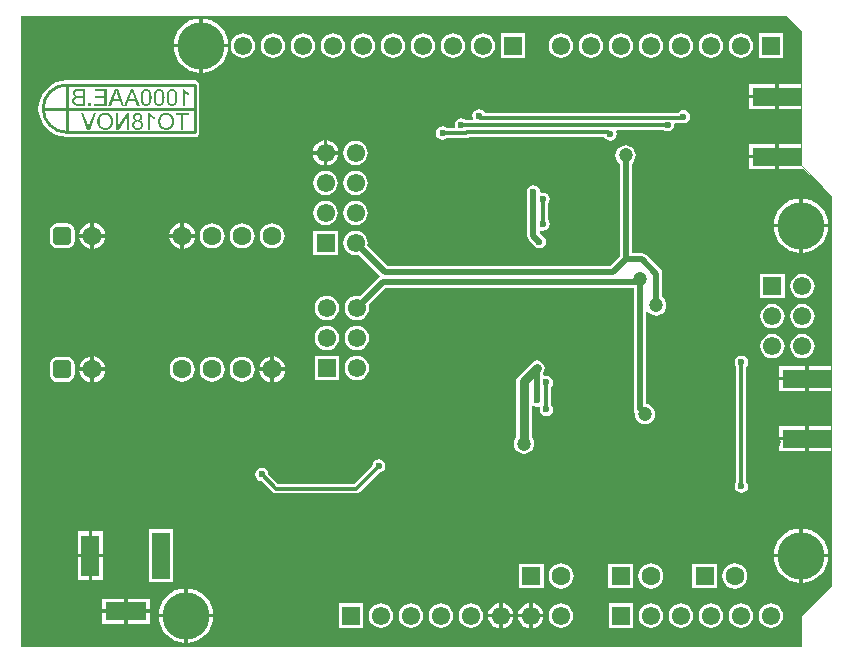
<source format=gbl>
G04*
G04 #@! TF.GenerationSoftware,Altium Limited,CircuitStudio,1.5.1 (13)*
G04*
G04 Layer_Physical_Order=2*
G04 Layer_Color=56745*
%FSLAX24Y24*%
%MOIN*%
G70*
G01*
G75*
%ADD10C,0.0100*%
%ADD32R,0.1600X0.0600*%
%ADD36C,0.0118*%
%ADD37C,0.0197*%
%ADD38C,0.0295*%
%ADD43C,0.0039*%
%ADD44C,0.0610*%
%ADD45R,0.0610X0.0610*%
G04:AMPARAMS|DCode=46|XSize=63mil|YSize=63mil|CornerRadius=15.7mil|HoleSize=0mil|Usage=FLASHONLY|Rotation=0.000|XOffset=0mil|YOffset=0mil|HoleType=Round|Shape=RoundedRectangle|*
%AMROUNDEDRECTD46*
21,1,0.0630,0.0315,0,0,0.0*
21,1,0.0315,0.0630,0,0,0.0*
1,1,0.0315,0.0157,-0.0157*
1,1,0.0315,-0.0157,-0.0157*
1,1,0.0315,-0.0157,0.0157*
1,1,0.0315,0.0157,0.0157*
%
%ADD46ROUNDEDRECTD46*%
%ADD47C,0.0630*%
%ADD48R,0.0630X0.0630*%
%ADD49R,0.0610X0.0610*%
%ADD50C,0.1575*%
%ADD51R,0.0591X0.1575*%
%ADD52R,0.0591X0.1378*%
%ADD53R,0.1378X0.0591*%
%ADD54C,0.0236*%
%ADD55C,0.0472*%
G36*
X42461Y60505D02*
Y58723D01*
X41720D01*
Y58305D01*
Y57887D01*
X42461D01*
Y56723D01*
X41720D01*
Y56305D01*
Y55887D01*
X42579D01*
X42579Y55887D01*
Y55887D01*
X42612Y55854D01*
X43461Y55005D01*
Y49323D01*
X42720D01*
Y48905D01*
Y48487D01*
X43461D01*
Y47323D01*
X42720D01*
Y46905D01*
Y46487D01*
X43461D01*
Y42005D01*
X42461Y41005D01*
Y40005D01*
X16461D01*
Y60989D01*
X41961Y61005D01*
X42461Y60505D01*
D02*
G37*
%LPC*%
G36*
X19193Y43812D02*
X18839D01*
Y43064D01*
X19193D01*
Y43812D01*
D02*
G37*
G36*
X40476Y49676D02*
X40391Y49659D01*
X40319Y49611D01*
X40271Y49539D01*
X40254Y49454D01*
X40271Y49369D01*
X40314Y49304D01*
Y45470D01*
X40271Y45405D01*
X40254Y45320D01*
X40271Y45235D01*
X40319Y45163D01*
X40391Y45115D01*
X40476Y45098D01*
X40561Y45115D01*
X40634Y45163D01*
X40682Y45235D01*
X40699Y45320D01*
X40682Y45405D01*
X40639Y45470D01*
Y49304D01*
X40682Y49369D01*
X40699Y49454D01*
X40682Y49539D01*
X40634Y49611D01*
X40561Y49659D01*
X40476Y49676D01*
D02*
G37*
G36*
X42520Y43909D02*
Y43064D01*
X43365D01*
X43353Y43183D01*
X43301Y43353D01*
X43217Y43511D01*
X43104Y43649D01*
X42966Y43762D01*
X42809Y43846D01*
X42638Y43898D01*
X42520Y43909D01*
D02*
G37*
G36*
X18720Y43812D02*
X18366D01*
Y43064D01*
X18720D01*
Y43812D01*
D02*
G37*
G36*
X42602Y47323D02*
X41743D01*
Y46964D01*
X42602D01*
Y47323D01*
D02*
G37*
G36*
X33665Y49510D02*
X33569Y49490D01*
X33487Y49436D01*
X33054Y49003D01*
X32999Y48921D01*
X32980Y48824D01*
Y46961D01*
X32939Y46907D01*
X32905Y46825D01*
X32893Y46737D01*
X32905Y46650D01*
X32939Y46568D01*
X32992Y46498D01*
X33063Y46444D01*
X33145Y46410D01*
X33232Y46398D01*
X33320Y46410D01*
X33402Y46444D01*
X33472Y46498D01*
X33526Y46568D01*
X33560Y46650D01*
X33571Y46737D01*
X33560Y46825D01*
X33526Y46907D01*
X33485Y46961D01*
Y47992D01*
X33535Y48019D01*
X33580Y47989D01*
X33665Y47972D01*
X33732Y47985D01*
X33735Y47983D01*
X33770Y47949D01*
X33771Y47946D01*
X33758Y47879D01*
X33775Y47794D01*
X33823Y47722D01*
X33895Y47674D01*
X33980Y47657D01*
X34065Y47674D01*
X34138Y47722D01*
X34186Y47794D01*
X34203Y47879D01*
X34186Y47964D01*
X34142Y48029D01*
Y48635D01*
X34186Y48700D01*
X34203Y48785D01*
X34186Y48870D01*
X34138Y48942D01*
X34065Y48990D01*
X33980Y49007D01*
X33918Y48995D01*
X33868Y49027D01*
Y49114D01*
X33899Y49161D01*
X33918Y49257D01*
X33899Y49354D01*
X33844Y49436D01*
X33762Y49490D01*
X33665Y49510D01*
D02*
G37*
G36*
X28390Y46212D02*
X28305Y46195D01*
X28233Y46147D01*
X28184Y46075D01*
X28169Y45998D01*
X27575Y45404D01*
X25032D01*
X24713Y45723D01*
X24698Y45799D01*
X24649Y45871D01*
X24577Y45919D01*
X24492Y45936D01*
X24407Y45919D01*
X24335Y45871D01*
X24287Y45799D01*
X24270Y45714D01*
X24287Y45629D01*
X24335Y45557D01*
X24407Y45508D01*
X24483Y45493D01*
X24850Y45127D01*
X24903Y45092D01*
X24965Y45079D01*
X27642D01*
X27704Y45092D01*
X27756Y45127D01*
X28398Y45769D01*
X28475Y45784D01*
X28547Y45832D01*
X28595Y45904D01*
X28612Y45989D01*
X28595Y46075D01*
X28547Y46147D01*
X28475Y46195D01*
X28390Y46212D01*
D02*
G37*
G36*
X42602Y46846D02*
X41743D01*
Y46487D01*
X42602D01*
Y46846D01*
D02*
G37*
G36*
X42402Y42946D02*
X41557D01*
X41568Y42828D01*
X41620Y42657D01*
X41704Y42500D01*
X41817Y42362D01*
X41955Y42249D01*
X42112Y42165D01*
X42283Y42113D01*
X42402Y42101D01*
Y42946D01*
D02*
G37*
G36*
X43365D02*
X42520D01*
Y42101D01*
X42638Y42113D01*
X42809Y42165D01*
X42966Y42249D01*
X43104Y42362D01*
X43217Y42500D01*
X43301Y42657D01*
X43353Y42828D01*
X43365Y42946D01*
D02*
G37*
G36*
X36876Y42743D02*
X36046D01*
Y41913D01*
X36876D01*
Y42743D01*
D02*
G37*
G36*
X39671D02*
X38841D01*
Y41913D01*
X39671D01*
Y42743D01*
D02*
G37*
G36*
X19193Y42946D02*
X18839D01*
Y42198D01*
X19193D01*
Y42946D01*
D02*
G37*
G36*
X42402Y43909D02*
X42283Y43898D01*
X42112Y43846D01*
X41955Y43762D01*
X41817Y43649D01*
X41704Y43511D01*
X41620Y43353D01*
X41568Y43183D01*
X41557Y43064D01*
X42402D01*
Y43909D01*
D02*
G37*
G36*
X21537Y43893D02*
X20746D01*
Y42118D01*
X21537D01*
Y43893D01*
D02*
G37*
G36*
X18720Y42946D02*
X18366D01*
Y42198D01*
X18720D01*
Y42946D01*
D02*
G37*
G36*
X27063Y49662D02*
X26252D01*
Y48852D01*
X27063D01*
Y49662D01*
D02*
G37*
G36*
X42602Y49323D02*
X41743D01*
Y48964D01*
X42602D01*
Y49323D01*
D02*
G37*
G36*
X17996Y49635D02*
X17681D01*
X17614Y49626D01*
X17551Y49600D01*
X17497Y49559D01*
X17456Y49505D01*
X17430Y49442D01*
X17421Y49375D01*
Y49060D01*
X17430Y48993D01*
X17456Y48930D01*
X17497Y48877D01*
X17551Y48835D01*
X17614Y48809D01*
X17681Y48801D01*
X17996D01*
X18063Y48809D01*
X18126Y48835D01*
X18180Y48877D01*
X18221Y48930D01*
X18247Y48993D01*
X18256Y49060D01*
Y49375D01*
X18247Y49442D01*
X18221Y49505D01*
X18180Y49559D01*
X18126Y49600D01*
X18063Y49626D01*
X17996Y49635D01*
D02*
G37*
G36*
X27657Y49666D02*
X27552Y49652D01*
X27453Y49611D01*
X27369Y49546D01*
X27304Y49461D01*
X27263Y49363D01*
X27249Y49257D01*
X27263Y49151D01*
X27304Y49053D01*
X27369Y48968D01*
X27453Y48903D01*
X27552Y48862D01*
X27657Y48849D01*
X27763Y48862D01*
X27862Y48903D01*
X27946Y48968D01*
X28011Y49053D01*
X28052Y49151D01*
X28066Y49257D01*
X28052Y49363D01*
X28011Y49461D01*
X27946Y49546D01*
X27862Y49611D01*
X27763Y49652D01*
X27657Y49666D01*
D02*
G37*
G36*
X24780Y49647D02*
X24726Y49640D01*
X24620Y49596D01*
X24530Y49527D01*
X24460Y49436D01*
X24417Y49331D01*
X24410Y49277D01*
X24780D01*
Y49647D01*
D02*
G37*
G36*
X24898D02*
Y49277D01*
X25268D01*
X25261Y49331D01*
X25217Y49436D01*
X25147Y49527D01*
X25057Y49596D01*
X24952Y49640D01*
X24898Y49647D01*
D02*
G37*
G36*
X18780D02*
X18726Y49640D01*
X18620Y49596D01*
X18530Y49527D01*
X18460Y49436D01*
X18417Y49331D01*
X18410Y49277D01*
X18780D01*
Y49647D01*
D02*
G37*
G36*
X18898D02*
Y49277D01*
X19268D01*
X19261Y49331D01*
X19217Y49436D01*
X19147Y49527D01*
X19057Y49596D01*
X18952Y49640D01*
X18898Y49647D01*
D02*
G37*
G36*
X19268Y49159D02*
X18898D01*
Y48789D01*
X18952Y48796D01*
X19057Y48840D01*
X19147Y48909D01*
X19217Y48999D01*
X19261Y49105D01*
X19268Y49159D01*
D02*
G37*
G36*
X24780D02*
X24410D01*
X24417Y49105D01*
X24460Y48999D01*
X24530Y48909D01*
X24620Y48840D01*
X24726Y48796D01*
X24780Y48789D01*
Y49159D01*
D02*
G37*
G36*
X42602Y48846D02*
X41743D01*
Y48487D01*
X42602D01*
Y48846D01*
D02*
G37*
G36*
X18780Y49159D02*
X18410D01*
X18417Y49105D01*
X18460Y48999D01*
X18530Y48909D01*
X18620Y48840D01*
X18726Y48796D01*
X18780Y48789D01*
Y49159D01*
D02*
G37*
G36*
X22839Y49636D02*
X22730Y49622D01*
X22629Y49580D01*
X22543Y49514D01*
X22476Y49427D01*
X22434Y49326D01*
X22420Y49218D01*
X22434Y49109D01*
X22476Y49009D01*
X22543Y48922D01*
X22629Y48855D01*
X22730Y48814D01*
X22839Y48799D01*
X22947Y48814D01*
X23048Y48855D01*
X23135Y48922D01*
X23201Y49009D01*
X23243Y49109D01*
X23257Y49218D01*
X23243Y49326D01*
X23201Y49427D01*
X23135Y49514D01*
X23048Y49580D01*
X22947Y49622D01*
X22839Y49636D01*
D02*
G37*
G36*
X23839D02*
X23730Y49622D01*
X23629Y49580D01*
X23543Y49514D01*
X23476Y49427D01*
X23434Y49326D01*
X23420Y49218D01*
X23434Y49109D01*
X23476Y49009D01*
X23543Y48922D01*
X23629Y48855D01*
X23730Y48814D01*
X23839Y48799D01*
X23947Y48814D01*
X24048Y48855D01*
X24135Y48922D01*
X24201Y49009D01*
X24243Y49109D01*
X24257Y49218D01*
X24243Y49326D01*
X24201Y49427D01*
X24135Y49514D01*
X24048Y49580D01*
X23947Y49622D01*
X23839Y49636D01*
D02*
G37*
G36*
X25268Y49159D02*
X24898D01*
Y48789D01*
X24952Y48796D01*
X25057Y48840D01*
X25147Y48909D01*
X25217Y48999D01*
X25261Y49105D01*
X25268Y49159D01*
D02*
G37*
G36*
X21839Y49636D02*
X21730Y49622D01*
X21629Y49580D01*
X21543Y49514D01*
X21476Y49427D01*
X21434Y49326D01*
X21420Y49218D01*
X21434Y49109D01*
X21476Y49009D01*
X21543Y48922D01*
X21629Y48855D01*
X21730Y48814D01*
X21839Y48799D01*
X21947Y48814D01*
X22048Y48855D01*
X22135Y48922D01*
X22201Y49009D01*
X22243Y49109D01*
X22257Y49218D01*
X22243Y49326D01*
X22201Y49427D01*
X22135Y49514D01*
X22048Y49580D01*
X21947Y49622D01*
X21839Y49636D01*
D02*
G37*
G36*
X34461Y41414D02*
X34355Y41400D01*
X34256Y41359D01*
X34172Y41294D01*
X34107Y41209D01*
X34066Y41111D01*
X34052Y41005D01*
X34066Y40899D01*
X34107Y40801D01*
X34172Y40716D01*
X34256Y40651D01*
X34355Y40610D01*
X34461Y40597D01*
X34566Y40610D01*
X34665Y40651D01*
X34750Y40716D01*
X34815Y40801D01*
X34855Y40899D01*
X34869Y41005D01*
X34855Y41111D01*
X34815Y41209D01*
X34750Y41294D01*
X34665Y41359D01*
X34566Y41400D01*
X34461Y41414D01*
D02*
G37*
G36*
X37461D02*
X37355Y41400D01*
X37256Y41359D01*
X37172Y41294D01*
X37107Y41209D01*
X37066Y41111D01*
X37052Y41005D01*
X37066Y40899D01*
X37107Y40801D01*
X37172Y40716D01*
X37256Y40651D01*
X37355Y40610D01*
X37461Y40597D01*
X37566Y40610D01*
X37665Y40651D01*
X37750Y40716D01*
X37815Y40801D01*
X37855Y40899D01*
X37869Y41005D01*
X37855Y41111D01*
X37815Y41209D01*
X37750Y41294D01*
X37665Y41359D01*
X37566Y41400D01*
X37461Y41414D01*
D02*
G37*
G36*
X30461D02*
X30355Y41400D01*
X30256Y41359D01*
X30172Y41294D01*
X30107Y41209D01*
X30066Y41111D01*
X30052Y41005D01*
X30066Y40899D01*
X30107Y40801D01*
X30172Y40716D01*
X30256Y40651D01*
X30355Y40610D01*
X30461Y40597D01*
X30566Y40610D01*
X30665Y40651D01*
X30750Y40716D01*
X30814Y40801D01*
X30855Y40899D01*
X30869Y41005D01*
X30855Y41111D01*
X30814Y41209D01*
X30750Y41294D01*
X30665Y41359D01*
X30566Y41400D01*
X30461Y41414D01*
D02*
G37*
G36*
X31461D02*
X31355Y41400D01*
X31256Y41359D01*
X31172Y41294D01*
X31107Y41209D01*
X31066Y41111D01*
X31052Y41005D01*
X31066Y40899D01*
X31107Y40801D01*
X31172Y40716D01*
X31256Y40651D01*
X31355Y40610D01*
X31461Y40597D01*
X31566Y40610D01*
X31665Y40651D01*
X31750Y40716D01*
X31814Y40801D01*
X31855Y40899D01*
X31869Y41005D01*
X31855Y41111D01*
X31814Y41209D01*
X31750Y41294D01*
X31665Y41359D01*
X31566Y41400D01*
X31461Y41414D01*
D02*
G37*
G36*
X40461D02*
X40355Y41400D01*
X40256Y41359D01*
X40172Y41294D01*
X40107Y41209D01*
X40066Y41111D01*
X40052Y41005D01*
X40066Y40899D01*
X40107Y40801D01*
X40172Y40716D01*
X40256Y40651D01*
X40355Y40610D01*
X40461Y40597D01*
X40566Y40610D01*
X40665Y40651D01*
X40750Y40716D01*
X40814Y40801D01*
X40855Y40899D01*
X40869Y41005D01*
X40855Y41111D01*
X40814Y41209D01*
X40750Y41294D01*
X40665Y41359D01*
X40566Y41400D01*
X40461Y41414D01*
D02*
G37*
G36*
X41461D02*
X41355Y41400D01*
X41256Y41359D01*
X41172Y41294D01*
X41107Y41209D01*
X41066Y41111D01*
X41052Y41005D01*
X41066Y40899D01*
X41107Y40801D01*
X41172Y40716D01*
X41256Y40651D01*
X41355Y40610D01*
X41461Y40597D01*
X41566Y40610D01*
X41665Y40651D01*
X41750Y40716D01*
X41814Y40801D01*
X41855Y40899D01*
X41869Y41005D01*
X41855Y41111D01*
X41814Y41209D01*
X41750Y41294D01*
X41665Y41359D01*
X41566Y41400D01*
X41461Y41414D01*
D02*
G37*
G36*
X38461D02*
X38355Y41400D01*
X38256Y41359D01*
X38172Y41294D01*
X38107Y41209D01*
X38066Y41111D01*
X38052Y41005D01*
X38066Y40899D01*
X38107Y40801D01*
X38172Y40716D01*
X38256Y40651D01*
X38355Y40610D01*
X38461Y40597D01*
X38566Y40610D01*
X38665Y40651D01*
X38750Y40716D01*
X38814Y40801D01*
X38855Y40899D01*
X38869Y41005D01*
X38855Y41111D01*
X38814Y41209D01*
X38750Y41294D01*
X38665Y41359D01*
X38566Y41400D01*
X38461Y41414D01*
D02*
G37*
G36*
X39461D02*
X39355Y41400D01*
X39256Y41359D01*
X39172Y41294D01*
X39107Y41209D01*
X39066Y41111D01*
X39052Y41005D01*
X39066Y40899D01*
X39107Y40801D01*
X39172Y40716D01*
X39256Y40651D01*
X39355Y40610D01*
X39461Y40597D01*
X39566Y40610D01*
X39665Y40651D01*
X39750Y40716D01*
X39815Y40801D01*
X39855Y40899D01*
X39869Y41005D01*
X39855Y41111D01*
X39815Y41209D01*
X39750Y41294D01*
X39665Y41359D01*
X39566Y41400D01*
X39461Y41414D01*
D02*
G37*
G36*
X32402Y40946D02*
X32042D01*
X32048Y40895D01*
X32091Y40792D01*
X32159Y40703D01*
X32247Y40635D01*
X32350Y40593D01*
X32402Y40586D01*
Y40946D01*
D02*
G37*
G36*
X32880D02*
X32520D01*
Y40586D01*
X32571Y40593D01*
X32674Y40635D01*
X32762Y40703D01*
X32830Y40792D01*
X32873Y40895D01*
X32880Y40946D01*
D02*
G37*
G36*
X21902D02*
X21057D01*
X21068Y40828D01*
X21120Y40657D01*
X21204Y40500D01*
X21317Y40362D01*
X21455Y40249D01*
X21612Y40165D01*
X21783Y40113D01*
X21902Y40101D01*
Y40946D01*
D02*
G37*
G36*
X22865D02*
X22020D01*
Y40101D01*
X22138Y40113D01*
X22309Y40165D01*
X22466Y40249D01*
X22604Y40362D01*
X22717Y40500D01*
X22801Y40657D01*
X22853Y40828D01*
X22865Y40946D01*
D02*
G37*
G36*
X28461Y41414D02*
X28355Y41400D01*
X28256Y41359D01*
X28172Y41294D01*
X28107Y41209D01*
X28066Y41111D01*
X28052Y41005D01*
X28066Y40899D01*
X28107Y40801D01*
X28172Y40716D01*
X28256Y40651D01*
X28355Y40610D01*
X28461Y40597D01*
X28566Y40610D01*
X28665Y40651D01*
X28750Y40716D01*
X28814Y40801D01*
X28855Y40899D01*
X28869Y41005D01*
X28855Y41111D01*
X28814Y41209D01*
X28750Y41294D01*
X28665Y41359D01*
X28566Y41400D01*
X28461Y41414D01*
D02*
G37*
G36*
X29461D02*
X29355Y41400D01*
X29256Y41359D01*
X29172Y41294D01*
X29107Y41209D01*
X29066Y41111D01*
X29052Y41005D01*
X29066Y40899D01*
X29107Y40801D01*
X29172Y40716D01*
X29256Y40651D01*
X29355Y40610D01*
X29461Y40597D01*
X29566Y40610D01*
X29665Y40651D01*
X29750Y40716D01*
X29815Y40801D01*
X29855Y40899D01*
X29869Y41005D01*
X29855Y41111D01*
X29815Y41209D01*
X29750Y41294D01*
X29665Y41359D01*
X29566Y41400D01*
X29461Y41414D01*
D02*
G37*
G36*
X33402Y40946D02*
X33042D01*
X33048Y40895D01*
X33091Y40792D01*
X33159Y40703D01*
X33247Y40635D01*
X33350Y40593D01*
X33402Y40586D01*
Y40946D01*
D02*
G37*
G36*
X33880D02*
X33520D01*
Y40586D01*
X33571Y40593D01*
X33674Y40635D01*
X33762Y40703D01*
X33830Y40792D01*
X33873Y40895D01*
X33880Y40946D01*
D02*
G37*
G36*
X19902Y41568D02*
X19154D01*
Y41214D01*
X19902D01*
Y41568D01*
D02*
G37*
G36*
X20768D02*
X20020D01*
Y41214D01*
X20768D01*
Y41568D01*
D02*
G37*
G36*
X33402Y41424D02*
X33350Y41418D01*
X33247Y41375D01*
X33159Y41307D01*
X33091Y41219D01*
X33048Y41116D01*
X33042Y41064D01*
X33402D01*
Y41424D01*
D02*
G37*
G36*
X33520D02*
Y41064D01*
X33880D01*
X33873Y41116D01*
X33830Y41219D01*
X33762Y41307D01*
X33674Y41375D01*
X33571Y41418D01*
X33520Y41424D01*
D02*
G37*
G36*
X40256Y42747D02*
X40148Y42732D01*
X40047Y42690D01*
X39960Y42624D01*
X39893Y42537D01*
X39852Y42436D01*
X39837Y42328D01*
X39852Y42220D01*
X39893Y42119D01*
X39960Y42032D01*
X40047Y41966D01*
X40148Y41924D01*
X40256Y41909D01*
X40364Y41924D01*
X40465Y41966D01*
X40552Y42032D01*
X40618Y42119D01*
X40660Y42220D01*
X40674Y42328D01*
X40660Y42436D01*
X40618Y42537D01*
X40552Y42624D01*
X40465Y42690D01*
X40364Y42732D01*
X40256Y42747D01*
D02*
G37*
G36*
X33883Y42743D02*
X33054D01*
Y41913D01*
X33883D01*
Y42743D01*
D02*
G37*
G36*
X34469Y42747D02*
X34360Y42732D01*
X34259Y42690D01*
X34173Y42624D01*
X34106Y42537D01*
X34064Y42436D01*
X34050Y42328D01*
X34064Y42220D01*
X34106Y42119D01*
X34173Y42032D01*
X34259Y41966D01*
X34360Y41924D01*
X34469Y41909D01*
X34577Y41924D01*
X34678Y41966D01*
X34764Y42032D01*
X34831Y42119D01*
X34873Y42220D01*
X34887Y42328D01*
X34873Y42436D01*
X34831Y42537D01*
X34764Y42624D01*
X34678Y42690D01*
X34577Y42732D01*
X34469Y42747D01*
D02*
G37*
G36*
X37461D02*
X37352Y42732D01*
X37251Y42690D01*
X37165Y42624D01*
X37098Y42537D01*
X37056Y42436D01*
X37042Y42328D01*
X37056Y42220D01*
X37098Y42119D01*
X37165Y42032D01*
X37251Y41966D01*
X37352Y41924D01*
X37461Y41909D01*
X37569Y41924D01*
X37670Y41966D01*
X37757Y42032D01*
X37823Y42119D01*
X37865Y42220D01*
X37879Y42328D01*
X37865Y42436D01*
X37823Y42537D01*
X37757Y42624D01*
X37670Y42690D01*
X37569Y42732D01*
X37461Y42747D01*
D02*
G37*
G36*
X19902Y41096D02*
X19154D01*
Y40741D01*
X19902D01*
Y41096D01*
D02*
G37*
G36*
X20768D02*
X20020D01*
Y40741D01*
X20768D01*
Y41096D01*
D02*
G37*
G36*
X27866Y41410D02*
X27056D01*
Y40600D01*
X27866D01*
Y41410D01*
D02*
G37*
G36*
X36866D02*
X36056D01*
Y40600D01*
X36866D01*
Y41410D01*
D02*
G37*
G36*
X32402Y41424D02*
X32350Y41418D01*
X32247Y41375D01*
X32159Y41307D01*
X32091Y41219D01*
X32048Y41116D01*
X32042Y41064D01*
X32402D01*
Y41424D01*
D02*
G37*
G36*
X32520D02*
Y41064D01*
X32880D01*
X32873Y41116D01*
X32830Y41219D01*
X32762Y41307D01*
X32674Y41375D01*
X32571Y41418D01*
X32520Y41424D01*
D02*
G37*
G36*
X21902Y41909D02*
X21783Y41898D01*
X21612Y41846D01*
X21455Y41762D01*
X21317Y41649D01*
X21204Y41511D01*
X21120Y41353D01*
X21068Y41183D01*
X21057Y41064D01*
X21902D01*
Y41909D01*
D02*
G37*
G36*
X22020D02*
Y41064D01*
X22865D01*
X22853Y41183D01*
X22801Y41353D01*
X22717Y41511D01*
X22604Y41649D01*
X22466Y41762D01*
X22309Y41846D01*
X22138Y41898D01*
X22020Y41909D01*
D02*
G37*
G36*
X22402Y59946D02*
X21557D01*
X21568Y59828D01*
X21620Y59657D01*
X21704Y59500D01*
X21817Y59362D01*
X21955Y59249D01*
X22112Y59165D01*
X22283Y59113D01*
X22402Y59101D01*
Y59946D01*
D02*
G37*
G36*
X23365D02*
X22520D01*
Y59101D01*
X22638Y59113D01*
X22809Y59165D01*
X22966Y59249D01*
X23104Y59362D01*
X23217Y59500D01*
X23301Y59657D01*
X23353Y59828D01*
X23365Y59946D01*
D02*
G37*
G36*
X41602Y58246D02*
X40743D01*
Y57887D01*
X41602D01*
Y58246D01*
D02*
G37*
G36*
Y58723D02*
X40743D01*
Y58364D01*
X41602D01*
Y58723D01*
D02*
G37*
G36*
X25861Y60414D02*
X25755Y60400D01*
X25656Y60359D01*
X25572Y60294D01*
X25507Y60209D01*
X25466Y60111D01*
X25452Y60005D01*
X25466Y59899D01*
X25507Y59801D01*
X25572Y59716D01*
X25656Y59651D01*
X25755Y59611D01*
X25861Y59597D01*
X25966Y59611D01*
X26065Y59651D01*
X26150Y59716D01*
X26214Y59801D01*
X26255Y59899D01*
X26269Y60005D01*
X26255Y60111D01*
X26214Y60209D01*
X26150Y60294D01*
X26065Y60359D01*
X25966Y60400D01*
X25861Y60414D01*
D02*
G37*
G36*
X26861D02*
X26755Y60400D01*
X26656Y60359D01*
X26572Y60294D01*
X26507Y60209D01*
X26466Y60111D01*
X26452Y60005D01*
X26466Y59899D01*
X26507Y59801D01*
X26572Y59716D01*
X26656Y59651D01*
X26755Y59611D01*
X26861Y59597D01*
X26966Y59611D01*
X27065Y59651D01*
X27150Y59716D01*
X27215Y59801D01*
X27255Y59899D01*
X27269Y60005D01*
X27255Y60111D01*
X27215Y60209D01*
X27150Y60294D01*
X27065Y60359D01*
X26966Y60400D01*
X26861Y60414D01*
D02*
G37*
G36*
X23861D02*
X23755Y60400D01*
X23656Y60359D01*
X23572Y60294D01*
X23507Y60209D01*
X23466Y60111D01*
X23452Y60005D01*
X23466Y59899D01*
X23507Y59801D01*
X23572Y59716D01*
X23656Y59651D01*
X23755Y59611D01*
X23861Y59597D01*
X23966Y59611D01*
X24065Y59651D01*
X24150Y59716D01*
X24214Y59801D01*
X24255Y59899D01*
X24269Y60005D01*
X24255Y60111D01*
X24214Y60209D01*
X24150Y60294D01*
X24065Y60359D01*
X23966Y60400D01*
X23861Y60414D01*
D02*
G37*
G36*
X24861D02*
X24755Y60400D01*
X24656Y60359D01*
X24572Y60294D01*
X24507Y60209D01*
X24466Y60111D01*
X24452Y60005D01*
X24466Y59899D01*
X24507Y59801D01*
X24572Y59716D01*
X24656Y59651D01*
X24755Y59611D01*
X24861Y59597D01*
X24966Y59611D01*
X25065Y59651D01*
X25150Y59716D01*
X25215Y59801D01*
X25255Y59899D01*
X25269Y60005D01*
X25255Y60111D01*
X25215Y60209D01*
X25150Y60294D01*
X25065Y60359D01*
X24966Y60400D01*
X24861Y60414D01*
D02*
G37*
G36*
X27618Y56839D02*
X27512Y56825D01*
X27414Y56784D01*
X27329Y56719D01*
X27264Y56635D01*
X27223Y56536D01*
X27209Y56430D01*
X27223Y56325D01*
X27264Y56226D01*
X27329Y56141D01*
X27414Y56077D01*
X27512Y56036D01*
X27618Y56022D01*
X27724Y56036D01*
X27822Y56077D01*
X27907Y56141D01*
X27972Y56226D01*
X28013Y56325D01*
X28027Y56430D01*
X28013Y56536D01*
X27972Y56635D01*
X27907Y56719D01*
X27822Y56784D01*
X27724Y56825D01*
X27618Y56839D01*
D02*
G37*
G36*
X41602Y56723D02*
X40743D01*
Y56364D01*
X41602D01*
Y56723D01*
D02*
G37*
G36*
X26559Y56371D02*
X26199D01*
X26206Y56320D01*
X26248Y56217D01*
X26316Y56129D01*
X26405Y56061D01*
X26508Y56018D01*
X26559Y56011D01*
Y56371D01*
D02*
G37*
G36*
X27037D02*
X26677D01*
Y56011D01*
X26729Y56018D01*
X26832Y56061D01*
X26920Y56129D01*
X26988Y56217D01*
X27030Y56320D01*
X27037Y56371D01*
D02*
G37*
G36*
X17990Y58851D02*
X17806Y58833D01*
X17629Y58779D01*
X17466Y58692D01*
X17322Y58575D01*
X17205Y58432D01*
X17118Y58268D01*
X17064Y58091D01*
X17046Y57907D01*
X17064Y57722D01*
X17118Y57545D01*
X17205Y57382D01*
X17322Y57239D01*
X17466Y57121D01*
X17629Y57034D01*
X17806Y56980D01*
X17990Y56962D01*
Y56964D01*
X17990Y56964D01*
X22261D01*
X22319Y56975D01*
X22369Y57009D01*
X22402Y57058D01*
X22414Y57117D01*
Y58697D01*
X22402Y58755D01*
X22369Y58805D01*
X22319Y58838D01*
X22261Y58850D01*
X17990D01*
X17990Y58850D01*
Y58851D01*
D02*
G37*
G36*
X31736Y57885D02*
X31651Y57868D01*
X31579Y57820D01*
X31531Y57748D01*
X31514Y57663D01*
X31530Y57580D01*
X31531Y57571D01*
X31505Y57530D01*
X31296D01*
X31231Y57573D01*
X31146Y57590D01*
X31061Y57573D01*
X30988Y57525D01*
X30940Y57452D01*
X30923Y57367D01*
X30936Y57304D01*
X30904Y57254D01*
X30666D01*
X30601Y57297D01*
X30516Y57314D01*
X30431Y57297D01*
X30359Y57249D01*
X30310Y57177D01*
X30293Y57092D01*
X30310Y57007D01*
X30359Y56935D01*
X30431Y56886D01*
X30516Y56869D01*
X30601Y56886D01*
X30666Y56930D01*
X31303D01*
X31365Y56942D01*
X31406Y56969D01*
X35901D01*
X35901Y56967D01*
X35949Y56895D01*
X36021Y56847D01*
X36106Y56830D01*
X36191Y56847D01*
X36264Y56895D01*
X36312Y56967D01*
X36329Y57052D01*
X36312Y57138D01*
X36296Y57161D01*
X36320Y57205D01*
X37866D01*
X37931Y57162D01*
X38016Y57145D01*
X38101Y57162D01*
X38173Y57210D01*
X38221Y57282D01*
X38238Y57367D01*
X38231Y57403D01*
X38263Y57441D01*
X38456D01*
X38462Y57438D01*
X38547Y57421D01*
X38632Y57438D01*
X38704Y57486D01*
X38753Y57558D01*
X38770Y57643D01*
X38753Y57728D01*
X38704Y57800D01*
X38632Y57848D01*
X38547Y57865D01*
X38462Y57848D01*
X38390Y57800D01*
X38367Y57766D01*
X31930D01*
X31893Y57820D01*
X31821Y57868D01*
X31736Y57885D01*
D02*
G37*
G36*
X26559Y56849D02*
X26508Y56843D01*
X26405Y56800D01*
X26316Y56732D01*
X26248Y56644D01*
X26206Y56541D01*
X26199Y56489D01*
X26559D01*
Y56849D01*
D02*
G37*
G36*
X26677D02*
Y56489D01*
X27037D01*
X27030Y56541D01*
X26988Y56644D01*
X26920Y56732D01*
X26832Y56800D01*
X26729Y56843D01*
X26677Y56849D01*
D02*
G37*
G36*
X39461Y60414D02*
X39355Y60400D01*
X39256Y60359D01*
X39172Y60294D01*
X39107Y60209D01*
X39066Y60111D01*
X39052Y60005D01*
X39066Y59899D01*
X39107Y59801D01*
X39172Y59716D01*
X39256Y59651D01*
X39355Y59611D01*
X39461Y59597D01*
X39566Y59611D01*
X39665Y59651D01*
X39750Y59716D01*
X39815Y59801D01*
X39855Y59899D01*
X39869Y60005D01*
X39855Y60111D01*
X39815Y60209D01*
X39750Y60294D01*
X39665Y60359D01*
X39566Y60400D01*
X39461Y60414D01*
D02*
G37*
G36*
X40461D02*
X40355Y60400D01*
X40256Y60359D01*
X40172Y60294D01*
X40107Y60209D01*
X40066Y60111D01*
X40052Y60005D01*
X40066Y59899D01*
X40107Y59801D01*
X40172Y59716D01*
X40256Y59651D01*
X40355Y59611D01*
X40461Y59597D01*
X40566Y59611D01*
X40665Y59651D01*
X40750Y59716D01*
X40814Y59801D01*
X40855Y59899D01*
X40869Y60005D01*
X40855Y60111D01*
X40814Y60209D01*
X40750Y60294D01*
X40665Y60359D01*
X40566Y60400D01*
X40461Y60414D01*
D02*
G37*
G36*
X37461D02*
X37355Y60400D01*
X37256Y60359D01*
X37172Y60294D01*
X37107Y60209D01*
X37066Y60111D01*
X37052Y60005D01*
X37066Y59899D01*
X37107Y59801D01*
X37172Y59716D01*
X37256Y59651D01*
X37355Y59611D01*
X37461Y59597D01*
X37566Y59611D01*
X37665Y59651D01*
X37750Y59716D01*
X37815Y59801D01*
X37855Y59899D01*
X37869Y60005D01*
X37855Y60111D01*
X37815Y60209D01*
X37750Y60294D01*
X37665Y60359D01*
X37566Y60400D01*
X37461Y60414D01*
D02*
G37*
G36*
X38461D02*
X38355Y60400D01*
X38256Y60359D01*
X38172Y60294D01*
X38107Y60209D01*
X38066Y60111D01*
X38052Y60005D01*
X38066Y59899D01*
X38107Y59801D01*
X38172Y59716D01*
X38256Y59651D01*
X38355Y59611D01*
X38461Y59597D01*
X38566Y59611D01*
X38665Y59651D01*
X38750Y59716D01*
X38814Y59801D01*
X38855Y59899D01*
X38869Y60005D01*
X38855Y60111D01*
X38814Y60209D01*
X38750Y60294D01*
X38665Y60359D01*
X38566Y60400D01*
X38461Y60414D01*
D02*
G37*
G36*
X22402Y60909D02*
X22283Y60898D01*
X22112Y60846D01*
X21955Y60762D01*
X21817Y60649D01*
X21704Y60511D01*
X21620Y60353D01*
X21568Y60183D01*
X21557Y60064D01*
X22402D01*
Y60909D01*
D02*
G37*
G36*
X22520D02*
Y60064D01*
X23365D01*
X23353Y60183D01*
X23301Y60353D01*
X23217Y60511D01*
X23104Y60649D01*
X22966Y60762D01*
X22809Y60846D01*
X22638Y60898D01*
X22520Y60909D01*
D02*
G37*
G36*
X33266Y60410D02*
X32456D01*
Y59600D01*
X33266D01*
Y60410D01*
D02*
G37*
G36*
X41866D02*
X41056D01*
Y59600D01*
X41866D01*
Y60410D01*
D02*
G37*
G36*
X29861Y60414D02*
X29755Y60400D01*
X29656Y60359D01*
X29572Y60294D01*
X29507Y60209D01*
X29466Y60111D01*
X29452Y60005D01*
X29466Y59899D01*
X29507Y59801D01*
X29572Y59716D01*
X29656Y59651D01*
X29755Y59611D01*
X29861Y59597D01*
X29966Y59611D01*
X30065Y59651D01*
X30150Y59716D01*
X30215Y59801D01*
X30255Y59899D01*
X30269Y60005D01*
X30255Y60111D01*
X30215Y60209D01*
X30150Y60294D01*
X30065Y60359D01*
X29966Y60400D01*
X29861Y60414D01*
D02*
G37*
G36*
X30861D02*
X30755Y60400D01*
X30656Y60359D01*
X30572Y60294D01*
X30507Y60209D01*
X30466Y60111D01*
X30452Y60005D01*
X30466Y59899D01*
X30507Y59801D01*
X30572Y59716D01*
X30656Y59651D01*
X30755Y59611D01*
X30861Y59597D01*
X30966Y59611D01*
X31065Y59651D01*
X31150Y59716D01*
X31214Y59801D01*
X31255Y59899D01*
X31269Y60005D01*
X31255Y60111D01*
X31214Y60209D01*
X31150Y60294D01*
X31065Y60359D01*
X30966Y60400D01*
X30861Y60414D01*
D02*
G37*
G36*
X27861D02*
X27755Y60400D01*
X27656Y60359D01*
X27572Y60294D01*
X27507Y60209D01*
X27466Y60111D01*
X27452Y60005D01*
X27466Y59899D01*
X27507Y59801D01*
X27572Y59716D01*
X27656Y59651D01*
X27755Y59611D01*
X27861Y59597D01*
X27966Y59611D01*
X28065Y59651D01*
X28150Y59716D01*
X28214Y59801D01*
X28255Y59899D01*
X28269Y60005D01*
X28255Y60111D01*
X28214Y60209D01*
X28150Y60294D01*
X28065Y60359D01*
X27966Y60400D01*
X27861Y60414D01*
D02*
G37*
G36*
X28861D02*
X28755Y60400D01*
X28656Y60359D01*
X28572Y60294D01*
X28507Y60209D01*
X28466Y60111D01*
X28452Y60005D01*
X28466Y59899D01*
X28507Y59801D01*
X28572Y59716D01*
X28656Y59651D01*
X28755Y59611D01*
X28861Y59597D01*
X28966Y59611D01*
X29065Y59651D01*
X29150Y59716D01*
X29214Y59801D01*
X29255Y59899D01*
X29269Y60005D01*
X29255Y60111D01*
X29214Y60209D01*
X29150Y60294D01*
X29065Y60359D01*
X28966Y60400D01*
X28861Y60414D01*
D02*
G37*
G36*
X35461D02*
X35355Y60400D01*
X35256Y60359D01*
X35172Y60294D01*
X35107Y60209D01*
X35066Y60111D01*
X35052Y60005D01*
X35066Y59899D01*
X35107Y59801D01*
X35172Y59716D01*
X35256Y59651D01*
X35355Y59611D01*
X35461Y59597D01*
X35566Y59611D01*
X35665Y59651D01*
X35750Y59716D01*
X35814Y59801D01*
X35855Y59899D01*
X35869Y60005D01*
X35855Y60111D01*
X35814Y60209D01*
X35750Y60294D01*
X35665Y60359D01*
X35566Y60400D01*
X35461Y60414D01*
D02*
G37*
G36*
X36461D02*
X36355Y60400D01*
X36256Y60359D01*
X36172Y60294D01*
X36107Y60209D01*
X36066Y60111D01*
X36052Y60005D01*
X36066Y59899D01*
X36107Y59801D01*
X36172Y59716D01*
X36256Y59651D01*
X36355Y59611D01*
X36461Y59597D01*
X36566Y59611D01*
X36665Y59651D01*
X36750Y59716D01*
X36814Y59801D01*
X36855Y59899D01*
X36869Y60005D01*
X36855Y60111D01*
X36814Y60209D01*
X36750Y60294D01*
X36665Y60359D01*
X36566Y60400D01*
X36461Y60414D01*
D02*
G37*
G36*
X31861D02*
X31755Y60400D01*
X31656Y60359D01*
X31572Y60294D01*
X31507Y60209D01*
X31466Y60111D01*
X31452Y60005D01*
X31466Y59899D01*
X31507Y59801D01*
X31572Y59716D01*
X31656Y59651D01*
X31755Y59611D01*
X31861Y59597D01*
X31966Y59611D01*
X32065Y59651D01*
X32150Y59716D01*
X32215Y59801D01*
X32255Y59899D01*
X32269Y60005D01*
X32255Y60111D01*
X32215Y60209D01*
X32150Y60294D01*
X32065Y60359D01*
X31966Y60400D01*
X31861Y60414D01*
D02*
G37*
G36*
X34461D02*
X34355Y60400D01*
X34256Y60359D01*
X34172Y60294D01*
X34107Y60209D01*
X34066Y60111D01*
X34052Y60005D01*
X34066Y59899D01*
X34107Y59801D01*
X34172Y59716D01*
X34256Y59651D01*
X34355Y59611D01*
X34461Y59597D01*
X34566Y59611D01*
X34665Y59651D01*
X34750Y59716D01*
X34815Y59801D01*
X34855Y59899D01*
X34869Y60005D01*
X34855Y60111D01*
X34815Y60209D01*
X34750Y60294D01*
X34665Y60359D01*
X34566Y60400D01*
X34461Y60414D01*
D02*
G37*
G36*
X41602Y56246D02*
X40743D01*
Y55887D01*
X41602D01*
Y56246D01*
D02*
G37*
G36*
X27023Y53836D02*
X26213D01*
Y53025D01*
X27023D01*
Y53836D01*
D02*
G37*
G36*
X42402Y53946D02*
X41557D01*
X41568Y53828D01*
X41620Y53657D01*
X41704Y53500D01*
X41817Y53362D01*
X41955Y53249D01*
X42112Y53165D01*
X42283Y53113D01*
X42402Y53101D01*
Y53946D01*
D02*
G37*
G36*
X41916Y52390D02*
X41106D01*
Y51580D01*
X41916D01*
Y52390D01*
D02*
G37*
G36*
X36618Y56683D02*
X36530Y56671D01*
X36449Y56637D01*
X36378Y56584D01*
X36324Y56513D01*
X36291Y56432D01*
X36279Y56344D01*
X36291Y56256D01*
X36324Y56174D01*
X36378Y56104D01*
X36416Y56075D01*
Y52963D01*
X36101Y52648D01*
X28686D01*
X28012Y53323D01*
X28013Y53325D01*
X28027Y53430D01*
X28013Y53536D01*
X27972Y53635D01*
X27907Y53719D01*
X27822Y53784D01*
X27724Y53825D01*
X27618Y53839D01*
X27512Y53825D01*
X27414Y53784D01*
X27329Y53719D01*
X27264Y53635D01*
X27223Y53536D01*
X27209Y53430D01*
X27223Y53325D01*
X27264Y53226D01*
X27329Y53141D01*
X27414Y53077D01*
X27512Y53036D01*
X27618Y53022D01*
X27724Y53036D01*
X27726Y53037D01*
X28420Y52342D01*
X28415Y52292D01*
X28388Y52274D01*
X27765Y51651D01*
X27763Y51652D01*
X27657Y51666D01*
X27552Y51652D01*
X27453Y51611D01*
X27369Y51546D01*
X27304Y51461D01*
X27263Y51363D01*
X27249Y51257D01*
X27263Y51151D01*
X27304Y51053D01*
X27369Y50968D01*
X27453Y50903D01*
X27552Y50862D01*
X27657Y50849D01*
X27763Y50862D01*
X27862Y50903D01*
X27946Y50968D01*
X28011Y51053D01*
X28052Y51151D01*
X28066Y51257D01*
X28052Y51363D01*
X28051Y51365D01*
X28615Y51929D01*
X36888D01*
Y47879D01*
X36904Y47802D01*
X36933Y47757D01*
X36929Y47722D01*
X36940Y47634D01*
X36974Y47552D01*
X37028Y47482D01*
X37098Y47428D01*
X37180Y47394D01*
X37268Y47383D01*
X37355Y47394D01*
X37437Y47428D01*
X37508Y47482D01*
X37561Y47552D01*
X37595Y47634D01*
X37607Y47722D01*
X37595Y47809D01*
X37561Y47891D01*
X37508Y47962D01*
X37437Y48015D01*
X37355Y48049D01*
X37293Y48058D01*
Y51177D01*
X37343Y51187D01*
X37348Y51174D01*
X37402Y51104D01*
X37472Y51050D01*
X37554Y51016D01*
X37642Y51005D01*
X37729Y51016D01*
X37811Y51050D01*
X37882Y51104D01*
X37935Y51174D01*
X37969Y51256D01*
X37981Y51344D01*
X37969Y51432D01*
X37935Y51513D01*
X37882Y51584D01*
X37844Y51612D01*
Y52407D01*
X37829Y52484D01*
X37785Y52550D01*
X37312Y53022D01*
X37247Y53066D01*
X37169Y53082D01*
X36820D01*
Y56075D01*
X36858Y56104D01*
X36912Y56174D01*
X36946Y56256D01*
X36957Y56344D01*
X36946Y56432D01*
X36912Y56513D01*
X36858Y56584D01*
X36788Y56637D01*
X36706Y56671D01*
X36618Y56683D01*
D02*
G37*
G36*
X19268Y53608D02*
X18898D01*
Y53238D01*
X18952Y53245D01*
X19057Y53288D01*
X19147Y53358D01*
X19217Y53448D01*
X19261Y53554D01*
X19268Y53608D01*
D02*
G37*
G36*
X21780D02*
X21410D01*
X21417Y53554D01*
X21460Y53448D01*
X21530Y53358D01*
X21620Y53288D01*
X21726Y53245D01*
X21780Y53238D01*
Y53608D01*
D02*
G37*
G36*
X43365Y53946D02*
X42520D01*
Y53101D01*
X42638Y53113D01*
X42809Y53165D01*
X42966Y53249D01*
X43104Y53362D01*
X43217Y53500D01*
X43301Y53657D01*
X43353Y53828D01*
X43365Y53946D01*
D02*
G37*
G36*
X18780Y53608D02*
X18410D01*
X18417Y53554D01*
X18460Y53448D01*
X18530Y53358D01*
X18620Y53288D01*
X18726Y53245D01*
X18780Y53238D01*
Y53608D01*
D02*
G37*
G36*
X26657Y50666D02*
X26552Y50652D01*
X26453Y50611D01*
X26369Y50546D01*
X26304Y50461D01*
X26263Y50363D01*
X26249Y50257D01*
X26263Y50151D01*
X26304Y50053D01*
X26369Y49968D01*
X26453Y49903D01*
X26552Y49862D01*
X26657Y49849D01*
X26763Y49862D01*
X26862Y49903D01*
X26946Y49968D01*
X27011Y50053D01*
X27052Y50151D01*
X27066Y50257D01*
X27052Y50363D01*
X27011Y50461D01*
X26946Y50546D01*
X26862Y50611D01*
X26763Y50652D01*
X26657Y50666D01*
D02*
G37*
G36*
X27657D02*
X27552Y50652D01*
X27453Y50611D01*
X27369Y50546D01*
X27304Y50461D01*
X27263Y50363D01*
X27249Y50257D01*
X27263Y50151D01*
X27304Y50053D01*
X27369Y49968D01*
X27453Y49903D01*
X27552Y49862D01*
X27657Y49849D01*
X27763Y49862D01*
X27862Y49903D01*
X27946Y49968D01*
X28011Y50053D01*
X28052Y50151D01*
X28066Y50257D01*
X28052Y50363D01*
X28011Y50461D01*
X27946Y50546D01*
X27862Y50611D01*
X27763Y50652D01*
X27657Y50666D01*
D02*
G37*
G36*
X41511Y50394D02*
X41405Y50380D01*
X41306Y50339D01*
X41222Y50274D01*
X41157Y50189D01*
X41116Y50091D01*
X41102Y49985D01*
X41116Y49879D01*
X41157Y49781D01*
X41222Y49696D01*
X41306Y49631D01*
X41405Y49591D01*
X41511Y49577D01*
X41616Y49591D01*
X41715Y49631D01*
X41800Y49696D01*
X41865Y49781D01*
X41905Y49879D01*
X41919Y49985D01*
X41905Y50091D01*
X41865Y50189D01*
X41800Y50274D01*
X41715Y50339D01*
X41616Y50380D01*
X41511Y50394D01*
D02*
G37*
G36*
X42511D02*
X42405Y50380D01*
X42306Y50339D01*
X42222Y50274D01*
X42157Y50189D01*
X42116Y50091D01*
X42102Y49985D01*
X42116Y49879D01*
X42157Y49781D01*
X42222Y49696D01*
X42306Y49631D01*
X42405Y49591D01*
X42511Y49577D01*
X42616Y49591D01*
X42715Y49631D01*
X42800Y49696D01*
X42864Y49781D01*
X42905Y49879D01*
X42919Y49985D01*
X42905Y50091D01*
X42864Y50189D01*
X42800Y50274D01*
X42715Y50339D01*
X42616Y50380D01*
X42511Y50394D01*
D02*
G37*
G36*
X26657Y51666D02*
X26552Y51652D01*
X26453Y51611D01*
X26369Y51546D01*
X26304Y51461D01*
X26263Y51363D01*
X26249Y51257D01*
X26263Y51151D01*
X26304Y51053D01*
X26369Y50968D01*
X26453Y50903D01*
X26552Y50862D01*
X26657Y50849D01*
X26763Y50862D01*
X26862Y50903D01*
X26946Y50968D01*
X27011Y51053D01*
X27052Y51151D01*
X27066Y51257D01*
X27052Y51363D01*
X27011Y51461D01*
X26946Y51546D01*
X26862Y51611D01*
X26763Y51652D01*
X26657Y51666D01*
D02*
G37*
G36*
X42511Y52394D02*
X42405Y52380D01*
X42306Y52339D01*
X42222Y52274D01*
X42157Y52189D01*
X42116Y52091D01*
X42102Y51985D01*
X42116Y51879D01*
X42157Y51781D01*
X42222Y51696D01*
X42306Y51631D01*
X42405Y51590D01*
X42511Y51577D01*
X42616Y51590D01*
X42715Y51631D01*
X42800Y51696D01*
X42864Y51781D01*
X42905Y51879D01*
X42919Y51985D01*
X42905Y52091D01*
X42864Y52189D01*
X42800Y52274D01*
X42715Y52339D01*
X42616Y52380D01*
X42511Y52394D01*
D02*
G37*
G36*
X41511Y51394D02*
X41405Y51380D01*
X41306Y51339D01*
X41222Y51274D01*
X41157Y51189D01*
X41116Y51091D01*
X41102Y50985D01*
X41116Y50879D01*
X41157Y50781D01*
X41222Y50696D01*
X41306Y50631D01*
X41405Y50591D01*
X41511Y50577D01*
X41616Y50591D01*
X41715Y50631D01*
X41800Y50696D01*
X41865Y50781D01*
X41905Y50879D01*
X41919Y50985D01*
X41905Y51091D01*
X41865Y51189D01*
X41800Y51274D01*
X41715Y51339D01*
X41616Y51380D01*
X41511Y51394D01*
D02*
G37*
G36*
X42511D02*
X42405Y51380D01*
X42306Y51339D01*
X42222Y51274D01*
X42157Y51189D01*
X42116Y51091D01*
X42102Y50985D01*
X42116Y50879D01*
X42157Y50781D01*
X42222Y50696D01*
X42306Y50631D01*
X42405Y50591D01*
X42511Y50577D01*
X42616Y50591D01*
X42715Y50631D01*
X42800Y50696D01*
X42864Y50781D01*
X42905Y50879D01*
X42919Y50985D01*
X42905Y51091D01*
X42864Y51189D01*
X42800Y51274D01*
X42715Y51339D01*
X42616Y51380D01*
X42511Y51394D01*
D02*
G37*
G36*
X26618Y54839D02*
X26512Y54825D01*
X26414Y54784D01*
X26329Y54719D01*
X26264Y54635D01*
X26223Y54536D01*
X26209Y54430D01*
X26223Y54325D01*
X26264Y54226D01*
X26329Y54141D01*
X26414Y54077D01*
X26512Y54036D01*
X26618Y54022D01*
X26724Y54036D01*
X26822Y54077D01*
X26907Y54141D01*
X26972Y54226D01*
X27013Y54325D01*
X27027Y54430D01*
X27013Y54536D01*
X26972Y54635D01*
X26907Y54719D01*
X26822Y54784D01*
X26724Y54825D01*
X26618Y54839D01*
D02*
G37*
G36*
X27618D02*
X27512Y54825D01*
X27414Y54784D01*
X27329Y54719D01*
X27264Y54635D01*
X27223Y54536D01*
X27209Y54430D01*
X27223Y54325D01*
X27264Y54226D01*
X27329Y54141D01*
X27414Y54077D01*
X27512Y54036D01*
X27618Y54022D01*
X27724Y54036D01*
X27822Y54077D01*
X27907Y54141D01*
X27972Y54226D01*
X28013Y54325D01*
X28027Y54430D01*
X28013Y54536D01*
X27972Y54635D01*
X27907Y54719D01*
X27822Y54784D01*
X27724Y54825D01*
X27618Y54839D01*
D02*
G37*
G36*
X21898Y54096D02*
Y53726D01*
X22268D01*
X22261Y53780D01*
X22217Y53885D01*
X22147Y53975D01*
X22057Y54045D01*
X21952Y54089D01*
X21898Y54096D01*
D02*
G37*
G36*
X33547Y55346D02*
X33462Y55329D01*
X33390Y55281D01*
X33342Y55208D01*
X33325Y55123D01*
X33342Y55038D01*
X33345Y55033D01*
Y54308D01*
X33342Y54303D01*
X33325Y54218D01*
X33342Y54133D01*
X33345Y54128D01*
Y53667D01*
X33360Y53589D01*
X33404Y53524D01*
X33538Y53390D01*
X33539Y53385D01*
X33587Y53313D01*
X33659Y53264D01*
X33744Y53247D01*
X33829Y53264D01*
X33901Y53313D01*
X33950Y53385D01*
X33966Y53470D01*
X33950Y53555D01*
X33901Y53627D01*
X33829Y53675D01*
X33824Y53676D01*
X33750Y53750D01*
Y53818D01*
X33800Y53850D01*
X33862Y53838D01*
X33947Y53855D01*
X34019Y53903D01*
X34068Y53975D01*
X34085Y54060D01*
X34068Y54145D01*
X34024Y54210D01*
Y54737D01*
X34068Y54802D01*
X34085Y54887D01*
X34068Y54972D01*
X34019Y55044D01*
X33947Y55093D01*
X33862Y55109D01*
X33816Y55100D01*
X33770Y55123D01*
X33767Y55138D01*
X33753Y55208D01*
X33704Y55281D01*
X33632Y55329D01*
X33547Y55346D01*
D02*
G37*
G36*
X26618Y55839D02*
X26512Y55825D01*
X26414Y55784D01*
X26329Y55719D01*
X26264Y55635D01*
X26223Y55536D01*
X26209Y55430D01*
X26223Y55325D01*
X26264Y55226D01*
X26329Y55141D01*
X26414Y55077D01*
X26512Y55036D01*
X26618Y55022D01*
X26724Y55036D01*
X26822Y55077D01*
X26907Y55141D01*
X26972Y55226D01*
X27013Y55325D01*
X27027Y55430D01*
X27013Y55536D01*
X26972Y55635D01*
X26907Y55719D01*
X26822Y55784D01*
X26724Y55825D01*
X26618Y55839D01*
D02*
G37*
G36*
X27618D02*
X27512Y55825D01*
X27414Y55784D01*
X27329Y55719D01*
X27264Y55635D01*
X27223Y55536D01*
X27209Y55430D01*
X27223Y55325D01*
X27264Y55226D01*
X27329Y55141D01*
X27414Y55077D01*
X27512Y55036D01*
X27618Y55022D01*
X27724Y55036D01*
X27822Y55077D01*
X27907Y55141D01*
X27972Y55226D01*
X28013Y55325D01*
X28027Y55430D01*
X28013Y55536D01*
X27972Y55635D01*
X27907Y55719D01*
X27822Y55784D01*
X27724Y55825D01*
X27618Y55839D01*
D02*
G37*
G36*
X42402Y54909D02*
X42283Y54898D01*
X42112Y54846D01*
X41955Y54762D01*
X41817Y54649D01*
X41704Y54511D01*
X41620Y54353D01*
X41568Y54183D01*
X41557Y54064D01*
X42402D01*
Y54909D01*
D02*
G37*
G36*
X42520D02*
Y54064D01*
X43365D01*
X43353Y54183D01*
X43301Y54353D01*
X43217Y54511D01*
X43104Y54649D01*
X42966Y54762D01*
X42809Y54846D01*
X42638Y54898D01*
X42520Y54909D01*
D02*
G37*
G36*
X23839Y54085D02*
X23730Y54071D01*
X23629Y54029D01*
X23543Y53963D01*
X23476Y53876D01*
X23434Y53775D01*
X23420Y53667D01*
X23434Y53558D01*
X23476Y53457D01*
X23543Y53371D01*
X23629Y53304D01*
X23730Y53262D01*
X23839Y53248D01*
X23947Y53262D01*
X24048Y53304D01*
X24135Y53371D01*
X24201Y53457D01*
X24243Y53558D01*
X24257Y53667D01*
X24243Y53775D01*
X24201Y53876D01*
X24135Y53963D01*
X24048Y54029D01*
X23947Y54071D01*
X23839Y54085D01*
D02*
G37*
G36*
X24839D02*
X24730Y54071D01*
X24629Y54029D01*
X24543Y53963D01*
X24476Y53876D01*
X24434Y53775D01*
X24420Y53667D01*
X24434Y53558D01*
X24476Y53457D01*
X24543Y53371D01*
X24629Y53304D01*
X24730Y53262D01*
X24839Y53248D01*
X24947Y53262D01*
X25048Y53304D01*
X25135Y53371D01*
X25201Y53457D01*
X25243Y53558D01*
X25257Y53667D01*
X25243Y53775D01*
X25201Y53876D01*
X25135Y53963D01*
X25048Y54029D01*
X24947Y54071D01*
X24839Y54085D01*
D02*
G37*
G36*
X22268Y53608D02*
X21898D01*
Y53238D01*
X21952Y53245D01*
X22057Y53288D01*
X22147Y53358D01*
X22217Y53448D01*
X22261Y53554D01*
X22268Y53608D01*
D02*
G37*
G36*
X22839Y54085D02*
X22730Y54071D01*
X22629Y54029D01*
X22543Y53963D01*
X22476Y53876D01*
X22434Y53775D01*
X22420Y53667D01*
X22434Y53558D01*
X22476Y53457D01*
X22543Y53371D01*
X22629Y53304D01*
X22730Y53262D01*
X22839Y53248D01*
X22947Y53262D01*
X23048Y53304D01*
X23135Y53371D01*
X23201Y53457D01*
X23243Y53558D01*
X23257Y53667D01*
X23243Y53775D01*
X23201Y53876D01*
X23135Y53963D01*
X23048Y54029D01*
X22947Y54071D01*
X22839Y54085D01*
D02*
G37*
G36*
X18898Y54096D02*
Y53726D01*
X19268D01*
X19261Y53780D01*
X19217Y53885D01*
X19147Y53975D01*
X19057Y54045D01*
X18952Y54089D01*
X18898Y54096D01*
D02*
G37*
G36*
X21780D02*
X21726Y54089D01*
X21620Y54045D01*
X21530Y53975D01*
X21460Y53885D01*
X21417Y53780D01*
X21410Y53726D01*
X21780D01*
Y54096D01*
D02*
G37*
G36*
X17996Y54084D02*
X17681D01*
X17614Y54075D01*
X17551Y54049D01*
X17497Y54008D01*
X17456Y53954D01*
X17430Y53891D01*
X17421Y53824D01*
Y53509D01*
X17430Y53442D01*
X17456Y53379D01*
X17497Y53325D01*
X17551Y53284D01*
X17614Y53258D01*
X17681Y53249D01*
X17996D01*
X18063Y53258D01*
X18126Y53284D01*
X18180Y53325D01*
X18221Y53379D01*
X18247Y53442D01*
X18256Y53509D01*
Y53824D01*
X18247Y53891D01*
X18221Y53954D01*
X18180Y54008D01*
X18126Y54049D01*
X18063Y54075D01*
X17996Y54084D01*
D02*
G37*
G36*
X18780Y54096D02*
X18726Y54089D01*
X18620Y54045D01*
X18530Y53975D01*
X18460Y53885D01*
X18417Y53780D01*
X18410Y53726D01*
X18780D01*
Y54096D01*
D02*
G37*
%LPD*%
G36*
X19294Y57770D02*
X19315Y57767D01*
X19334Y57763D01*
X19352Y57759D01*
X19369Y57752D01*
X19385Y57746D01*
X19400Y57739D01*
X19413Y57732D01*
X19425Y57724D01*
X19435Y57717D01*
X19444Y57710D01*
X19451Y57705D01*
X19457Y57699D01*
X19461Y57695D01*
X19464Y57693D01*
X19465Y57692D01*
X19478Y57677D01*
X19489Y57660D01*
X19499Y57643D01*
X19507Y57625D01*
X19515Y57607D01*
X19520Y57589D01*
X19526Y57572D01*
X19530Y57555D01*
X19533Y57538D01*
X19535Y57523D01*
X19536Y57510D01*
X19537Y57504D01*
X19538Y57498D01*
Y57493D01*
X19538Y57489D01*
Y57485D01*
X19539Y57482D01*
Y57479D01*
Y57477D01*
Y57476D01*
Y57476D01*
X19538Y57462D01*
X19537Y57449D01*
X19536Y57436D01*
X19534Y57423D01*
X19532Y57411D01*
X19529Y57400D01*
X19526Y57389D01*
X19523Y57379D01*
X19520Y57370D01*
X19517Y57362D01*
X19514Y57355D01*
X19512Y57349D01*
X19510Y57344D01*
X19508Y57340D01*
X19507Y57338D01*
X19507Y57337D01*
X19501Y57325D01*
X19494Y57314D01*
X19487Y57304D01*
X19479Y57293D01*
X19471Y57284D01*
X19464Y57276D01*
X19456Y57268D01*
X19448Y57261D01*
X19441Y57255D01*
X19435Y57249D01*
X19429Y57245D01*
X19424Y57241D01*
X19419Y57237D01*
X19416Y57236D01*
X19414Y57234D01*
X19413Y57234D01*
X19402Y57227D01*
X19390Y57221D01*
X19378Y57216D01*
X19365Y57212D01*
X19354Y57208D01*
X19342Y57205D01*
X19331Y57203D01*
X19320Y57201D01*
X19310Y57199D01*
X19301Y57198D01*
X19293Y57197D01*
X19286Y57197D01*
X19281D01*
X19277Y57196D01*
X19273D01*
X19260Y57197D01*
X19247Y57197D01*
X19234Y57199D01*
X19222Y57201D01*
X19210Y57204D01*
X19199Y57207D01*
X19188Y57210D01*
X19179Y57213D01*
X19170Y57216D01*
X19162Y57220D01*
X19155Y57223D01*
X19149Y57225D01*
X19145Y57227D01*
X19141Y57229D01*
X19139Y57230D01*
X19138Y57230D01*
X19127Y57237D01*
X19116Y57244D01*
X19106Y57252D01*
X19097Y57261D01*
X19088Y57269D01*
X19080Y57277D01*
X19073Y57286D01*
X19066Y57293D01*
X19061Y57301D01*
X19055Y57308D01*
X19051Y57315D01*
X19048Y57320D01*
X19045Y57325D01*
X19043Y57328D01*
X19042Y57330D01*
X19041Y57331D01*
X19035Y57344D01*
X19030Y57357D01*
X19025Y57370D01*
X19022Y57383D01*
X19018Y57396D01*
X19015Y57408D01*
X19013Y57420D01*
X19011Y57432D01*
X19010Y57442D01*
X19009Y57452D01*
X19008Y57461D01*
X19008Y57468D01*
X19007Y57474D01*
Y57478D01*
Y57481D01*
Y57482D01*
X19008Y57498D01*
X19009Y57513D01*
X19010Y57527D01*
X19012Y57541D01*
X19015Y57554D01*
X19017Y57566D01*
X19021Y57577D01*
X19024Y57588D01*
X19026Y57597D01*
X19029Y57606D01*
X19032Y57613D01*
X19035Y57619D01*
X19037Y57624D01*
X19038Y57628D01*
X19039Y57630D01*
X19040Y57631D01*
X19046Y57643D01*
X19053Y57654D01*
X19061Y57665D01*
X19068Y57675D01*
X19076Y57684D01*
X19084Y57692D01*
X19092Y57700D01*
X19099Y57707D01*
X19106Y57713D01*
X19113Y57719D01*
X19118Y57723D01*
X19124Y57727D01*
X19128Y57730D01*
X19131Y57732D01*
X19133Y57733D01*
X19134Y57733D01*
X19145Y57740D01*
X19158Y57746D01*
X19170Y57751D01*
X19182Y57755D01*
X19193Y57759D01*
X19205Y57761D01*
X19216Y57764D01*
X19226Y57766D01*
X19236Y57768D01*
X19245Y57769D01*
X19253Y57770D01*
X19260Y57770D01*
X19265Y57771D01*
X19273D01*
X19294Y57770D01*
D02*
G37*
G36*
X20369Y57762D02*
X20381Y57761D01*
X20393Y57759D01*
X20404Y57757D01*
X20415Y57753D01*
X20424Y57750D01*
X20433Y57746D01*
X20441Y57742D01*
X20448Y57738D01*
X20454Y57734D01*
X20459Y57731D01*
X20464Y57728D01*
X20468Y57725D01*
X20470Y57723D01*
X20471Y57722D01*
X20472Y57721D01*
X20480Y57713D01*
X20486Y57705D01*
X20492Y57697D01*
X20497Y57688D01*
X20501Y57679D01*
X20505Y57671D01*
X20508Y57663D01*
X20510Y57655D01*
X20511Y57648D01*
X20513Y57641D01*
X20514Y57635D01*
X20515Y57630D01*
Y57625D01*
X20515Y57623D01*
Y57620D01*
Y57620D01*
X20514Y57605D01*
X20512Y57592D01*
X20509Y57580D01*
X20505Y57570D01*
X20503Y57566D01*
X20501Y57562D01*
X20500Y57558D01*
X20498Y57556D01*
X20497Y57554D01*
X20496Y57552D01*
X20495Y57551D01*
Y57551D01*
X20491Y57545D01*
X20486Y57541D01*
X20476Y57531D01*
X20466Y57524D01*
X20456Y57518D01*
X20446Y57513D01*
X20442Y57511D01*
X20439Y57509D01*
X20435Y57508D01*
X20433Y57507D01*
X20432Y57506D01*
X20431D01*
X20441Y57504D01*
X20449Y57501D01*
X20457Y57497D01*
X20465Y57493D01*
X20472Y57489D01*
X20479Y57485D01*
X20484Y57481D01*
X20490Y57477D01*
X20495Y57473D01*
X20498Y57469D01*
X20502Y57465D01*
X20505Y57463D01*
X20507Y57460D01*
X20509Y57458D01*
X20510Y57457D01*
X20510Y57457D01*
X20515Y57450D01*
X20519Y57442D01*
X20523Y57435D01*
X20526Y57427D01*
X20528Y57420D01*
X20531Y57412D01*
X20534Y57398D01*
X20535Y57391D01*
X20536Y57385D01*
X20537Y57380D01*
X20537Y57375D01*
X20538Y57371D01*
Y57368D01*
Y57366D01*
Y57366D01*
X20537Y57352D01*
X20535Y57340D01*
X20533Y57328D01*
X20530Y57317D01*
X20526Y57305D01*
X20522Y57296D01*
X20517Y57287D01*
X20512Y57278D01*
X20508Y57271D01*
X20503Y57264D01*
X20499Y57258D01*
X20495Y57253D01*
X20492Y57250D01*
X20489Y57247D01*
X20488Y57245D01*
X20487Y57245D01*
X20478Y57236D01*
X20467Y57229D01*
X20457Y57222D01*
X20445Y57217D01*
X20434Y57212D01*
X20423Y57208D01*
X20412Y57205D01*
X20402Y57202D01*
X20392Y57200D01*
X20383Y57198D01*
X20375Y57197D01*
X20368Y57197D01*
X20362Y57197D01*
X20358Y57196D01*
X20354D01*
X20339Y57197D01*
X20325Y57198D01*
X20311Y57200D01*
X20299Y57204D01*
X20287Y57207D01*
X20276Y57211D01*
X20267Y57216D01*
X20257Y57220D01*
X20249Y57224D01*
X20242Y57229D01*
X20236Y57233D01*
X20231Y57237D01*
X20227Y57240D01*
X20224Y57242D01*
X20222Y57244D01*
X20222Y57244D01*
X20213Y57253D01*
X20205Y57264D01*
X20198Y57274D01*
X20192Y57284D01*
X20188Y57294D01*
X20184Y57304D01*
X20180Y57313D01*
X20177Y57322D01*
X20176Y57331D01*
X20174Y57339D01*
X20173Y57346D01*
X20172Y57352D01*
X20172Y57358D01*
X20171Y57361D01*
Y57363D01*
Y57364D01*
X20172Y57374D01*
X20172Y57383D01*
X20176Y57399D01*
X20177Y57407D01*
X20180Y57415D01*
X20182Y57421D01*
X20185Y57427D01*
X20187Y57433D01*
X20190Y57438D01*
X20192Y57442D01*
X20194Y57446D01*
X20196Y57449D01*
X20197Y57451D01*
X20198Y57452D01*
X20198Y57452D01*
X20203Y57459D01*
X20209Y57465D01*
X20222Y57477D01*
X20235Y57486D01*
X20247Y57493D01*
X20253Y57496D01*
X20258Y57499D01*
X20264Y57502D01*
X20268Y57503D01*
X20271Y57505D01*
X20274Y57505D01*
X20276Y57506D01*
X20276D01*
X20269Y57509D01*
X20262Y57513D01*
X20255Y57516D01*
X20249Y57520D01*
X20243Y57523D01*
X20239Y57527D01*
X20234Y57531D01*
X20230Y57534D01*
X20226Y57537D01*
X20223Y57541D01*
X20220Y57543D01*
X20218Y57545D01*
X20217Y57547D01*
X20216Y57549D01*
X20215Y57550D01*
Y57550D01*
X20211Y57556D01*
X20208Y57561D01*
X20203Y57573D01*
X20199Y57585D01*
X20196Y57595D01*
X20195Y57604D01*
X20194Y57608D01*
Y57612D01*
X20194Y57614D01*
Y57616D01*
Y57617D01*
Y57618D01*
X20194Y57629D01*
X20196Y57639D01*
X20198Y57650D01*
X20201Y57659D01*
X20204Y57668D01*
X20208Y57677D01*
X20212Y57685D01*
X20216Y57692D01*
X20220Y57698D01*
X20225Y57704D01*
X20228Y57709D01*
X20231Y57713D01*
X20234Y57716D01*
X20237Y57719D01*
X20238Y57720D01*
X20239Y57720D01*
X20247Y57728D01*
X20257Y57734D01*
X20266Y57740D01*
X20276Y57745D01*
X20285Y57749D01*
X20295Y57753D01*
X20305Y57755D01*
X20314Y57758D01*
X20323Y57759D01*
X20330Y57760D01*
X20337Y57761D01*
X20344Y57762D01*
X20349D01*
X20352Y57763D01*
X20356D01*
X20369Y57762D01*
D02*
G37*
G36*
X21323Y57770D02*
X21343Y57767D01*
X21362Y57763D01*
X21381Y57759D01*
X21397Y57752D01*
X21413Y57746D01*
X21428Y57739D01*
X21441Y57732D01*
X21453Y57724D01*
X21463Y57717D01*
X21472Y57710D01*
X21479Y57705D01*
X21485Y57699D01*
X21489Y57695D01*
X21492Y57693D01*
X21493Y57692D01*
X21506Y57677D01*
X21517Y57660D01*
X21527Y57643D01*
X21536Y57625D01*
X21543Y57607D01*
X21549Y57589D01*
X21554Y57572D01*
X21558Y57555D01*
X21561Y57538D01*
X21563Y57523D01*
X21565Y57510D01*
X21566Y57504D01*
X21566Y57498D01*
Y57493D01*
X21567Y57489D01*
Y57485D01*
X21567Y57482D01*
Y57479D01*
Y57477D01*
Y57476D01*
Y57476D01*
X21567Y57462D01*
X21566Y57449D01*
X21564Y57436D01*
X21562Y57423D01*
X21560Y57411D01*
X21557Y57400D01*
X21554Y57389D01*
X21551Y57379D01*
X21548Y57370D01*
X21545Y57362D01*
X21542Y57355D01*
X21540Y57349D01*
X21538Y57344D01*
X21537Y57340D01*
X21536Y57338D01*
X21535Y57337D01*
X21529Y57325D01*
X21522Y57314D01*
X21515Y57304D01*
X21507Y57293D01*
X21500Y57284D01*
X21492Y57276D01*
X21484Y57268D01*
X21476Y57261D01*
X21470Y57255D01*
X21463Y57249D01*
X21457Y57245D01*
X21452Y57241D01*
X21448Y57237D01*
X21445Y57236D01*
X21442Y57234D01*
X21442Y57234D01*
X21430Y57227D01*
X21418Y57221D01*
X21406Y57216D01*
X21394Y57212D01*
X21382Y57208D01*
X21370Y57205D01*
X21359Y57203D01*
X21348Y57201D01*
X21339Y57199D01*
X21329Y57198D01*
X21322Y57197D01*
X21314Y57197D01*
X21309D01*
X21305Y57196D01*
X21301D01*
X21288Y57197D01*
X21275Y57197D01*
X21262Y57199D01*
X21250Y57201D01*
X21238Y57204D01*
X21227Y57207D01*
X21217Y57210D01*
X21207Y57213D01*
X21198Y57216D01*
X21190Y57220D01*
X21183Y57223D01*
X21178Y57225D01*
X21173Y57227D01*
X21169Y57229D01*
X21167Y57230D01*
X21167Y57230D01*
X21155Y57237D01*
X21144Y57244D01*
X21134Y57252D01*
X21125Y57261D01*
X21116Y57269D01*
X21108Y57277D01*
X21101Y57286D01*
X21095Y57293D01*
X21089Y57301D01*
X21084Y57308D01*
X21079Y57315D01*
X21076Y57320D01*
X21073Y57325D01*
X21071Y57328D01*
X21070Y57330D01*
X21070Y57331D01*
X21063Y57344D01*
X21059Y57357D01*
X21054Y57370D01*
X21050Y57383D01*
X21047Y57396D01*
X21044Y57408D01*
X21042Y57420D01*
X21040Y57432D01*
X21038Y57442D01*
X21037Y57452D01*
X21036Y57461D01*
X21036Y57468D01*
X21035Y57474D01*
Y57478D01*
Y57481D01*
Y57482D01*
X21036Y57498D01*
X21037Y57513D01*
X21038Y57527D01*
X21041Y57541D01*
X21043Y57554D01*
X21046Y57566D01*
X21049Y57577D01*
X21052Y57588D01*
X21055Y57597D01*
X21058Y57606D01*
X21060Y57613D01*
X21063Y57619D01*
X21065Y57624D01*
X21067Y57628D01*
X21068Y57630D01*
X21068Y57631D01*
X21074Y57643D01*
X21082Y57654D01*
X21089Y57665D01*
X21097Y57675D01*
X21104Y57684D01*
X21112Y57692D01*
X21120Y57700D01*
X21127Y57707D01*
X21134Y57713D01*
X21141Y57719D01*
X21147Y57723D01*
X21152Y57727D01*
X21156Y57730D01*
X21159Y57732D01*
X21162Y57733D01*
X21162Y57733D01*
X21174Y57740D01*
X21186Y57746D01*
X21198Y57751D01*
X21210Y57755D01*
X21221Y57759D01*
X21233Y57761D01*
X21244Y57764D01*
X21255Y57766D01*
X21264Y57768D01*
X21274Y57769D01*
X21281Y57770D01*
X21288Y57770D01*
X21293Y57771D01*
X21301D01*
X21323Y57770D01*
D02*
G37*
G36*
X21904Y58556D02*
X21908Y58549D01*
X21917Y58536D01*
X21927Y58523D01*
X21937Y58512D01*
X21942Y58507D01*
X21946Y58502D01*
X21950Y58498D01*
X21954Y58495D01*
X21957Y58492D01*
X21959Y58490D01*
X21960Y58489D01*
X21961Y58488D01*
X21977Y58475D01*
X21995Y58462D01*
X22011Y58451D01*
X22019Y58446D01*
X22027Y58441D01*
X22034Y58437D01*
X22040Y58434D01*
X22046Y58430D01*
X22051Y58428D01*
X22055Y58426D01*
X22058Y58425D01*
X22060Y58424D01*
X22061Y58423D01*
Y58357D01*
X22049Y58362D01*
X22036Y58368D01*
X22024Y58373D01*
X22013Y58379D01*
X22008Y58382D01*
X22003Y58385D01*
X21999Y58386D01*
X21996Y58388D01*
X21993Y58390D01*
X21991Y58391D01*
X21990Y58392D01*
X21989Y58392D01*
X21975Y58401D01*
X21962Y58410D01*
X21951Y58418D01*
X21942Y58425D01*
X21938Y58428D01*
X21934Y58431D01*
X21931Y58433D01*
X21929Y58436D01*
X21927Y58437D01*
X21925Y58439D01*
X21925Y58439D01*
X21924Y58439D01*
Y58005D01*
X21856D01*
Y58563D01*
X21900D01*
X21904Y58556D01*
D02*
G37*
G36*
X20418Y58005D02*
X20340D01*
X20280Y58173D01*
X20046D01*
X19982Y58005D01*
X19822D01*
X19762Y58173D01*
X19528D01*
X19464Y58005D01*
X19381D01*
X19608Y58561D01*
X19687D01*
X19899Y58006D01*
X20126Y58561D01*
X20205D01*
X20418Y58005D01*
D02*
G37*
G36*
X19320D02*
X18905D01*
Y58071D01*
X19246D01*
Y58260D01*
X18939D01*
Y58326D01*
X19246D01*
Y58495D01*
X18918D01*
Y58561D01*
X19320D01*
Y58005D01*
D02*
G37*
G36*
X18793D02*
X18715D01*
Y58083D01*
X18793D01*
Y58005D01*
D02*
G37*
G36*
X22061Y57695D02*
X21877D01*
Y57205D01*
X21804D01*
Y57695D01*
X21620D01*
Y57761D01*
X22061D01*
Y57695D01*
D02*
G37*
G36*
X20078Y57205D02*
X20007D01*
Y57641D01*
X19716Y57205D01*
X19640D01*
Y57761D01*
X19710D01*
Y57324D01*
X20002Y57761D01*
X20078D01*
Y57205D01*
D02*
G37*
G36*
X20647Y58562D02*
X20658Y58561D01*
X20668Y58560D01*
X20677Y58558D01*
X20686Y58555D01*
X20694Y58553D01*
X20702Y58549D01*
X20709Y58546D01*
X20715Y58544D01*
X20721Y58541D01*
X20725Y58538D01*
X20729Y58535D01*
X20732Y58533D01*
X20735Y58532D01*
X20736Y58531D01*
X20737Y58530D01*
X20744Y58524D01*
X20751Y58517D01*
X20763Y58502D01*
X20773Y58487D01*
X20782Y58472D01*
X20785Y58465D01*
X20788Y58458D01*
X20791Y58452D01*
X20793Y58448D01*
X20795Y58443D01*
X20796Y58440D01*
X20796Y58438D01*
X20797Y58438D01*
X20800Y58426D01*
X20804Y58413D01*
X20806Y58400D01*
X20808Y58387D01*
X20812Y58361D01*
X20813Y58348D01*
X20815Y58336D01*
X20815Y58324D01*
X20816Y58313D01*
X20817Y58304D01*
Y58295D01*
X20817Y58289D01*
Y58283D01*
Y58281D01*
Y58280D01*
Y58279D01*
Y58279D01*
Y58264D01*
X20817Y58251D01*
X20816Y58238D01*
X20815Y58225D01*
X20813Y58212D01*
X20812Y58200D01*
X20810Y58189D01*
X20808Y58178D01*
X20805Y58158D01*
X20800Y58139D01*
X20795Y58122D01*
X20790Y58107D01*
X20784Y58094D01*
X20779Y58083D01*
X20775Y58074D01*
X20771Y58066D01*
X20767Y58061D01*
X20765Y58056D01*
X20763Y58054D01*
X20762Y58053D01*
X20753Y58043D01*
X20743Y58034D01*
X20734Y58026D01*
X20723Y58020D01*
X20712Y58014D01*
X20702Y58010D01*
X20692Y58006D01*
X20682Y58003D01*
X20672Y58001D01*
X20664Y57999D01*
X20656Y57998D01*
X20649Y57997D01*
X20644Y57997D01*
X20639Y57996D01*
X20636D01*
X20625Y57997D01*
X20614Y57997D01*
X20604Y57999D01*
X20594Y58001D01*
X20586Y58004D01*
X20577Y58006D01*
X20570Y58009D01*
X20563Y58012D01*
X20556Y58015D01*
X20551Y58018D01*
X20546Y58021D01*
X20542Y58024D01*
X20539Y58025D01*
X20537Y58027D01*
X20536Y58028D01*
X20535Y58028D01*
X20528Y58035D01*
X20521Y58042D01*
X20509Y58057D01*
X20498Y58072D01*
X20490Y58087D01*
X20486Y58094D01*
X20484Y58100D01*
X20481Y58106D01*
X20479Y58111D01*
X20477Y58115D01*
X20476Y58118D01*
X20475Y58120D01*
Y58121D01*
X20471Y58132D01*
X20468Y58145D01*
X20465Y58158D01*
X20463Y58171D01*
X20459Y58198D01*
X20458Y58210D01*
X20457Y58223D01*
X20456Y58234D01*
X20456Y58245D01*
X20455Y58254D01*
Y58263D01*
X20455Y58269D01*
Y58275D01*
Y58277D01*
Y58278D01*
Y58278D01*
Y58279D01*
Y58294D01*
X20455Y58308D01*
X20456Y58322D01*
X20457Y58334D01*
X20457Y58346D01*
X20458Y58357D01*
X20460Y58367D01*
X20461Y58375D01*
X20462Y58384D01*
X20463Y58390D01*
X20464Y58396D01*
X20465Y58401D01*
X20466Y58405D01*
X20467Y58408D01*
X20467Y58410D01*
Y58410D01*
X20472Y58427D01*
X20478Y58443D01*
X20481Y58451D01*
X20484Y58458D01*
X20486Y58464D01*
X20489Y58469D01*
X20492Y58475D01*
X20494Y58479D01*
X20497Y58483D01*
X20498Y58487D01*
X20500Y58489D01*
X20501Y58491D01*
X20501Y58492D01*
X20502Y58492D01*
X20511Y58505D01*
X20520Y58515D01*
X20529Y58524D01*
X20538Y58532D01*
X20546Y58537D01*
X20549Y58539D01*
X20552Y58541D01*
X20554Y58543D01*
X20556Y58544D01*
X20557Y58545D01*
X20558D01*
X20571Y58551D01*
X20584Y58555D01*
X20597Y58559D01*
X20609Y58560D01*
X20615Y58561D01*
X20620Y58562D01*
X20624Y58562D01*
X20628D01*
X20631Y58563D01*
X20636D01*
X20647Y58562D01*
D02*
G37*
G36*
X20759Y57756D02*
X20764Y57749D01*
X20773Y57736D01*
X20783Y57723D01*
X20793Y57712D01*
X20798Y57707D01*
X20802Y57702D01*
X20806Y57698D01*
X20809Y57695D01*
X20813Y57692D01*
X20815Y57690D01*
X20816Y57689D01*
X20817Y57688D01*
X20833Y57675D01*
X20850Y57662D01*
X20867Y57651D01*
X20875Y57646D01*
X20883Y57641D01*
X20890Y57637D01*
X20896Y57634D01*
X20902Y57630D01*
X20907Y57628D01*
X20911Y57626D01*
X20914Y57625D01*
X20916Y57624D01*
X20916Y57623D01*
Y57557D01*
X20904Y57562D01*
X20892Y57568D01*
X20880Y57573D01*
X20869Y57579D01*
X20864Y57582D01*
X20859Y57585D01*
X20855Y57586D01*
X20852Y57588D01*
X20849Y57590D01*
X20847Y57591D01*
X20846Y57592D01*
X20845Y57592D01*
X20831Y57601D01*
X20818Y57610D01*
X20807Y57618D01*
X20797Y57625D01*
X20793Y57628D01*
X20790Y57631D01*
X20787Y57633D01*
X20784Y57636D01*
X20782Y57637D01*
X20781Y57639D01*
X20780Y57639D01*
X20780Y57639D01*
Y57205D01*
X20712D01*
Y57763D01*
X20756D01*
X20759Y57756D01*
D02*
G37*
G36*
X18754Y57205D02*
X18678D01*
X18461Y57761D01*
X18536D01*
X18686Y57357D01*
X18692Y57340D01*
X18698Y57323D01*
X18703Y57308D01*
X18705Y57301D01*
X18707Y57294D01*
X18709Y57288D01*
X18711Y57283D01*
X18713Y57278D01*
X18714Y57274D01*
X18715Y57270D01*
X18716Y57268D01*
X18716Y57266D01*
Y57266D01*
X18720Y57282D01*
X18726Y57298D01*
X18730Y57314D01*
X18733Y57320D01*
X18735Y57328D01*
X18737Y57334D01*
X18739Y57339D01*
X18741Y57344D01*
X18743Y57349D01*
X18744Y57352D01*
X18744Y57355D01*
X18745Y57357D01*
Y57357D01*
X18890Y57761D01*
X18970D01*
X18754Y57205D01*
D02*
G37*
G36*
X18590Y58005D02*
X18379D01*
X18359Y58006D01*
X18351Y58006D01*
X18342Y58007D01*
X18334Y58007D01*
X18327Y58008D01*
X18320Y58009D01*
X18314Y58010D01*
X18308Y58010D01*
X18303Y58011D01*
X18299Y58012D01*
X18296Y58013D01*
X18293Y58013D01*
X18290Y58014D01*
X18289Y58014D01*
X18289D01*
X18276Y58018D01*
X18264Y58023D01*
X18254Y58027D01*
X18245Y58031D01*
X18238Y58035D01*
X18235Y58037D01*
X18233Y58038D01*
X18231Y58039D01*
X18229Y58040D01*
X18229Y58041D01*
X18228D01*
X18220Y58049D01*
X18211Y58057D01*
X18205Y58066D01*
X18198Y58074D01*
X18194Y58082D01*
X18192Y58085D01*
X18190Y58088D01*
X18189Y58090D01*
X18188Y58092D01*
X18187Y58093D01*
Y58093D01*
X18181Y58106D01*
X18178Y58119D01*
X18175Y58131D01*
X18172Y58143D01*
X18172Y58147D01*
X18171Y58152D01*
X18171Y58156D01*
Y58159D01*
X18170Y58162D01*
Y58164D01*
Y58166D01*
Y58166D01*
X18171Y58175D01*
X18171Y58184D01*
X18173Y58192D01*
X18175Y58199D01*
X18177Y58207D01*
X18179Y58214D01*
X18181Y58220D01*
X18184Y58226D01*
X18187Y58232D01*
X18189Y58236D01*
X18192Y58240D01*
X18194Y58244D01*
X18195Y58247D01*
X18197Y58249D01*
X18197Y58250D01*
X18198Y58250D01*
X18203Y58256D01*
X18209Y58263D01*
X18221Y58273D01*
X18235Y58282D01*
X18247Y58289D01*
X18253Y58292D01*
X18258Y58294D01*
X18263Y58296D01*
X18267Y58298D01*
X18271Y58299D01*
X18273Y58300D01*
X18275Y58301D01*
X18275D01*
X18262Y58308D01*
X18250Y58317D01*
X18240Y58325D01*
X18232Y58333D01*
X18225Y58340D01*
X18221Y58346D01*
X18219Y58348D01*
X18218Y58350D01*
X18217Y58351D01*
Y58351D01*
X18210Y58363D01*
X18206Y58375D01*
X18202Y58386D01*
X18200Y58397D01*
X18199Y58401D01*
X18198Y58405D01*
X18198Y58409D01*
Y58412D01*
X18197Y58415D01*
Y58417D01*
Y58418D01*
Y58418D01*
Y58425D01*
X18198Y58433D01*
X18201Y58446D01*
X18205Y58458D01*
X18208Y58469D01*
X18210Y58474D01*
X18212Y58479D01*
X18214Y58482D01*
X18216Y58486D01*
X18218Y58488D01*
X18219Y58490D01*
X18219Y58491D01*
X18220Y58492D01*
X18228Y58504D01*
X18238Y58515D01*
X18248Y58523D01*
X18258Y58531D01*
X18266Y58536D01*
X18270Y58539D01*
X18274Y58540D01*
X18276Y58542D01*
X18278Y58543D01*
X18279Y58544D01*
X18280D01*
X18288Y58546D01*
X18295Y58549D01*
X18312Y58554D01*
X18329Y58557D01*
X18345Y58559D01*
X18353Y58559D01*
X18360Y58560D01*
X18366Y58560D01*
X18371D01*
X18376Y58561D01*
X18590D01*
Y58005D01*
D02*
G37*
G36*
X21511Y58562D02*
X21521Y58561D01*
X21531Y58560D01*
X21541Y58558D01*
X21550Y58555D01*
X21558Y58553D01*
X21566Y58549D01*
X21573Y58546D01*
X21579Y58544D01*
X21584Y58541D01*
X21589Y58538D01*
X21593Y58535D01*
X21596Y58533D01*
X21598Y58532D01*
X21600Y58531D01*
X21600Y58530D01*
X21608Y58524D01*
X21614Y58517D01*
X21627Y58502D01*
X21637Y58487D01*
X21646Y58472D01*
X21649Y58465D01*
X21652Y58458D01*
X21655Y58452D01*
X21657Y58448D01*
X21659Y58443D01*
X21660Y58440D01*
X21660Y58438D01*
X21661Y58438D01*
X21664Y58426D01*
X21667Y58413D01*
X21670Y58400D01*
X21672Y58387D01*
X21676Y58361D01*
X21677Y58348D01*
X21678Y58336D01*
X21679Y58324D01*
X21680Y58313D01*
X21680Y58304D01*
Y58295D01*
X21681Y58289D01*
Y58283D01*
Y58281D01*
Y58280D01*
Y58279D01*
Y58279D01*
Y58264D01*
X21680Y58251D01*
X21679Y58238D01*
X21678Y58225D01*
X21677Y58212D01*
X21676Y58200D01*
X21674Y58189D01*
X21672Y58178D01*
X21668Y58158D01*
X21663Y58139D01*
X21659Y58122D01*
X21653Y58107D01*
X21648Y58094D01*
X21643Y58083D01*
X21638Y58074D01*
X21635Y58066D01*
X21631Y58061D01*
X21628Y58056D01*
X21626Y58054D01*
X21626Y58053D01*
X21617Y58043D01*
X21607Y58034D01*
X21597Y58026D01*
X21587Y58020D01*
X21576Y58014D01*
X21566Y58010D01*
X21555Y58006D01*
X21545Y58003D01*
X21536Y58001D01*
X21528Y57999D01*
X21520Y57998D01*
X21513Y57997D01*
X21507Y57997D01*
X21503Y57996D01*
X21500D01*
X21488Y57997D01*
X21478Y57997D01*
X21468Y57999D01*
X21458Y58001D01*
X21449Y58004D01*
X21441Y58006D01*
X21434Y58009D01*
X21426Y58012D01*
X21420Y58015D01*
X21415Y58018D01*
X21410Y58021D01*
X21406Y58024D01*
X21403Y58025D01*
X21401Y58027D01*
X21399Y58028D01*
X21399Y58028D01*
X21392Y58035D01*
X21385Y58042D01*
X21372Y58057D01*
X21362Y58072D01*
X21354Y58087D01*
X21350Y58094D01*
X21347Y58100D01*
X21344Y58106D01*
X21342Y58111D01*
X21341Y58115D01*
X21340Y58118D01*
X21339Y58120D01*
Y58121D01*
X21335Y58132D01*
X21332Y58145D01*
X21329Y58158D01*
X21327Y58171D01*
X21323Y58198D01*
X21322Y58210D01*
X21321Y58223D01*
X21320Y58234D01*
X21319Y58245D01*
X21319Y58254D01*
Y58263D01*
X21318Y58269D01*
Y58275D01*
Y58277D01*
Y58278D01*
Y58278D01*
Y58279D01*
Y58294D01*
X21319Y58308D01*
X21319Y58322D01*
X21320Y58334D01*
X21321Y58346D01*
X21322Y58357D01*
X21324Y58367D01*
X21325Y58375D01*
X21326Y58384D01*
X21327Y58390D01*
X21328Y58396D01*
X21329Y58401D01*
X21330Y58405D01*
X21330Y58408D01*
X21331Y58410D01*
Y58410D01*
X21336Y58427D01*
X21341Y58443D01*
X21344Y58451D01*
X21347Y58458D01*
X21350Y58464D01*
X21353Y58469D01*
X21355Y58475D01*
X21358Y58479D01*
X21360Y58483D01*
X21362Y58487D01*
X21364Y58489D01*
X21365Y58491D01*
X21365Y58492D01*
X21366Y58492D01*
X21374Y58505D01*
X21383Y58515D01*
X21393Y58524D01*
X21402Y58532D01*
X21409Y58537D01*
X21413Y58539D01*
X21416Y58541D01*
X21418Y58543D01*
X21420Y58544D01*
X21421Y58545D01*
X21421D01*
X21435Y58551D01*
X21448Y58555D01*
X21461Y58559D01*
X21473Y58560D01*
X21479Y58561D01*
X21484Y58562D01*
X21488Y58562D01*
X21492D01*
X21495Y58563D01*
X21500D01*
X21511Y58562D01*
D02*
G37*
G36*
X21079D02*
X21089Y58561D01*
X21100Y58560D01*
X21109Y58558D01*
X21118Y58555D01*
X21126Y58553D01*
X21134Y58549D01*
X21141Y58546D01*
X21147Y58544D01*
X21153Y58541D01*
X21157Y58538D01*
X21161Y58535D01*
X21164Y58533D01*
X21167Y58532D01*
X21168Y58531D01*
X21168Y58530D01*
X21176Y58524D01*
X21182Y58517D01*
X21195Y58502D01*
X21205Y58487D01*
X21214Y58472D01*
X21217Y58465D01*
X21220Y58458D01*
X21223Y58452D01*
X21225Y58448D01*
X21227Y58443D01*
X21228Y58440D01*
X21228Y58438D01*
X21229Y58438D01*
X21232Y58426D01*
X21235Y58413D01*
X21238Y58400D01*
X21240Y58387D01*
X21244Y58361D01*
X21245Y58348D01*
X21247Y58336D01*
X21247Y58324D01*
X21248Y58313D01*
X21248Y58304D01*
Y58295D01*
X21249Y58289D01*
Y58283D01*
Y58281D01*
Y58280D01*
Y58279D01*
Y58279D01*
Y58264D01*
X21248Y58251D01*
X21247Y58238D01*
X21247Y58225D01*
X21245Y58212D01*
X21244Y58200D01*
X21242Y58189D01*
X21240Y58178D01*
X21236Y58158D01*
X21232Y58139D01*
X21227Y58122D01*
X21221Y58107D01*
X21216Y58094D01*
X21211Y58083D01*
X21207Y58074D01*
X21203Y58066D01*
X21199Y58061D01*
X21196Y58056D01*
X21194Y58054D01*
X21194Y58053D01*
X21185Y58043D01*
X21175Y58034D01*
X21166Y58026D01*
X21155Y58020D01*
X21144Y58014D01*
X21134Y58010D01*
X21124Y58006D01*
X21114Y58003D01*
X21104Y58001D01*
X21096Y57999D01*
X21088Y57998D01*
X21081Y57997D01*
X21075Y57997D01*
X21071Y57996D01*
X21068D01*
X21057Y57997D01*
X21046Y57997D01*
X21036Y57999D01*
X21026Y58001D01*
X21018Y58004D01*
X21009Y58006D01*
X21002Y58009D01*
X20994Y58012D01*
X20988Y58015D01*
X20983Y58018D01*
X20978Y58021D01*
X20974Y58024D01*
X20971Y58025D01*
X20969Y58027D01*
X20967Y58028D01*
X20967Y58028D01*
X20960Y58035D01*
X20953Y58042D01*
X20940Y58057D01*
X20930Y58072D01*
X20922Y58087D01*
X20918Y58094D01*
X20915Y58100D01*
X20913Y58106D01*
X20911Y58111D01*
X20909Y58115D01*
X20908Y58118D01*
X20907Y58120D01*
Y58121D01*
X20903Y58132D01*
X20900Y58145D01*
X20897Y58158D01*
X20895Y58171D01*
X20891Y58198D01*
X20890Y58210D01*
X20889Y58223D01*
X20888Y58234D01*
X20887Y58245D01*
X20887Y58254D01*
Y58263D01*
X20886Y58269D01*
Y58275D01*
Y58277D01*
Y58278D01*
Y58278D01*
Y58279D01*
Y58294D01*
X20887Y58308D01*
X20887Y58322D01*
X20888Y58334D01*
X20889Y58346D01*
X20890Y58357D01*
X20892Y58367D01*
X20893Y58375D01*
X20894Y58384D01*
X20895Y58390D01*
X20896Y58396D01*
X20897Y58401D01*
X20898Y58405D01*
X20899Y58408D01*
X20899Y58410D01*
Y58410D01*
X20904Y58427D01*
X20910Y58443D01*
X20913Y58451D01*
X20915Y58458D01*
X20918Y58464D01*
X20921Y58469D01*
X20924Y58475D01*
X20926Y58479D01*
X20928Y58483D01*
X20930Y58487D01*
X20932Y58489D01*
X20933Y58491D01*
X20933Y58492D01*
X20934Y58492D01*
X20942Y58505D01*
X20952Y58515D01*
X20961Y58524D01*
X20970Y58532D01*
X20978Y58537D01*
X20981Y58539D01*
X20984Y58541D01*
X20986Y58543D01*
X20988Y58544D01*
X20989Y58545D01*
X20990D01*
X21003Y58551D01*
X21016Y58555D01*
X21029Y58559D01*
X21041Y58560D01*
X21047Y58561D01*
X21052Y58562D01*
X21056Y58562D01*
X21060D01*
X21063Y58563D01*
X21068D01*
X21079Y58562D01*
D02*
G37*
%LPC*%
G36*
X21071Y58506D02*
X21069D01*
X21060Y58506D01*
X21051Y58505D01*
X21044Y58502D01*
X21036Y58499D01*
X21029Y58496D01*
X21022Y58492D01*
X21017Y58488D01*
X21011Y58484D01*
X21006Y58479D01*
X21002Y58476D01*
X20998Y58472D01*
X20995Y58468D01*
X20993Y58465D01*
X20991Y58463D01*
X20990Y58462D01*
X20989Y58461D01*
X20986Y58457D01*
X20983Y58452D01*
X20979Y58440D01*
X20974Y58427D01*
X20970Y58413D01*
X20967Y58399D01*
X20965Y58384D01*
X20963Y58368D01*
X20961Y58353D01*
X20960Y58338D01*
X20959Y58325D01*
X20958Y58312D01*
X20957Y58301D01*
Y58296D01*
X20957Y58292D01*
Y58288D01*
Y58285D01*
Y58282D01*
Y58280D01*
Y58279D01*
Y58279D01*
Y58266D01*
X20957Y58254D01*
X20958Y58243D01*
X20958Y58232D01*
X20959Y58222D01*
X20960Y58211D01*
X20961Y58202D01*
X20962Y58193D01*
X20965Y58176D01*
X20967Y58161D01*
X20970Y58148D01*
X20973Y58137D01*
X20976Y58127D01*
X20979Y58119D01*
X20981Y58112D01*
X20984Y58106D01*
X20986Y58103D01*
X20988Y58100D01*
X20989Y58098D01*
X20989Y58097D01*
X20995Y58089D01*
X21002Y58082D01*
X21008Y58076D01*
X21015Y58071D01*
X21021Y58067D01*
X21028Y58063D01*
X21034Y58060D01*
X21040Y58058D01*
X21046Y58056D01*
X21051Y58054D01*
X21056Y58053D01*
X21060Y58053D01*
X21063Y58052D01*
X21066Y58052D01*
X21068D01*
X21076Y58052D01*
X21085Y58054D01*
X21092Y58056D01*
X21100Y58059D01*
X21107Y58063D01*
X21114Y58066D01*
X21119Y58070D01*
X21125Y58075D01*
X21130Y58078D01*
X21134Y58083D01*
X21138Y58086D01*
X21141Y58090D01*
X21143Y58092D01*
X21145Y58095D01*
X21146Y58096D01*
X21147Y58097D01*
X21150Y58101D01*
X21153Y58106D01*
X21157Y58117D01*
X21162Y58131D01*
X21165Y58144D01*
X21168Y58159D01*
X21171Y58174D01*
X21173Y58190D01*
X21175Y58205D01*
X21176Y58220D01*
X21177Y58233D01*
X21178Y58246D01*
X21178Y58257D01*
Y58262D01*
X21179Y58266D01*
Y58270D01*
Y58273D01*
Y58276D01*
Y58278D01*
Y58278D01*
Y58279D01*
Y58292D01*
X21178Y58304D01*
X21178Y58315D01*
X21177Y58326D01*
X21175Y58347D01*
X21173Y58366D01*
X21170Y58383D01*
X21167Y58398D01*
X21165Y58412D01*
X21161Y58424D01*
X21158Y58435D01*
X21155Y58443D01*
X21152Y58451D01*
X21149Y58456D01*
X21147Y58461D01*
X21145Y58464D01*
X21144Y58466D01*
X21144Y58466D01*
X21138Y58474D01*
X21132Y58479D01*
X21127Y58485D01*
X21120Y58490D01*
X21114Y58493D01*
X21108Y58497D01*
X21101Y58499D01*
X21096Y58502D01*
X21090Y58503D01*
X21085Y58505D01*
X21080Y58505D01*
X21076Y58506D01*
X21073D01*
X21071Y58506D01*
D02*
G37*
G36*
X20639D02*
X20637D01*
X20628Y58506D01*
X20619Y58505D01*
X20612Y58502D01*
X20604Y58499D01*
X20597Y58496D01*
X20591Y58492D01*
X20585Y58488D01*
X20579Y58484D01*
X20574Y58479D01*
X20570Y58476D01*
X20566Y58472D01*
X20563Y58468D01*
X20561Y58465D01*
X20559Y58463D01*
X20558Y58462D01*
X20557Y58461D01*
X20554Y58457D01*
X20551Y58452D01*
X20547Y58440D01*
X20542Y58427D01*
X20538Y58413D01*
X20536Y58399D01*
X20533Y58384D01*
X20531Y58368D01*
X20529Y58353D01*
X20528Y58338D01*
X20527Y58325D01*
X20526Y58312D01*
X20525Y58301D01*
Y58296D01*
X20525Y58292D01*
Y58288D01*
Y58285D01*
Y58282D01*
Y58280D01*
Y58279D01*
Y58279D01*
Y58266D01*
X20525Y58254D01*
X20526Y58243D01*
X20526Y58232D01*
X20527Y58222D01*
X20528Y58211D01*
X20529Y58202D01*
X20530Y58193D01*
X20533Y58176D01*
X20535Y58161D01*
X20538Y58148D01*
X20541Y58137D01*
X20544Y58127D01*
X20547Y58119D01*
X20550Y58112D01*
X20552Y58106D01*
X20554Y58103D01*
X20556Y58100D01*
X20557Y58098D01*
X20557Y58097D01*
X20564Y58089D01*
X20570Y58082D01*
X20577Y58076D01*
X20583Y58071D01*
X20590Y58067D01*
X20596Y58063D01*
X20603Y58060D01*
X20608Y58058D01*
X20614Y58056D01*
X20619Y58054D01*
X20624Y58053D01*
X20628Y58053D01*
X20631Y58052D01*
X20634Y58052D01*
X20636D01*
X20645Y58052D01*
X20653Y58054D01*
X20660Y58056D01*
X20668Y58059D01*
X20675Y58063D01*
X20682Y58066D01*
X20687Y58070D01*
X20693Y58075D01*
X20698Y58078D01*
X20702Y58083D01*
X20706Y58086D01*
X20709Y58090D01*
X20712Y58092D01*
X20713Y58095D01*
X20714Y58096D01*
X20715Y58097D01*
X20718Y58101D01*
X20721Y58106D01*
X20725Y58117D01*
X20730Y58131D01*
X20733Y58144D01*
X20737Y58159D01*
X20739Y58174D01*
X20741Y58190D01*
X20743Y58205D01*
X20744Y58220D01*
X20745Y58233D01*
X20746Y58246D01*
X20746Y58257D01*
Y58262D01*
X20747Y58266D01*
Y58270D01*
Y58273D01*
Y58276D01*
Y58278D01*
Y58278D01*
Y58279D01*
Y58292D01*
X20746Y58304D01*
X20746Y58315D01*
X20745Y58326D01*
X20743Y58347D01*
X20741Y58366D01*
X20738Y58383D01*
X20736Y58398D01*
X20733Y58412D01*
X20729Y58424D01*
X20726Y58435D01*
X20723Y58443D01*
X20720Y58451D01*
X20717Y58456D01*
X20715Y58461D01*
X20713Y58464D01*
X20712Y58466D01*
X20712Y58466D01*
X20706Y58474D01*
X20700Y58479D01*
X20695Y58485D01*
X20688Y58490D01*
X20682Y58493D01*
X20676Y58497D01*
X20670Y58499D01*
X20664Y58502D01*
X20658Y58503D01*
X20653Y58505D01*
X20648Y58505D01*
X20645Y58506D01*
X20641D01*
X20639Y58506D01*
D02*
G37*
G36*
X19276Y57707D02*
X19272D01*
X19262Y57707D01*
X19252Y57706D01*
X19243Y57705D01*
X19234Y57703D01*
X19225Y57701D01*
X19217Y57699D01*
X19209Y57696D01*
X19202Y57693D01*
X19196Y57691D01*
X19190Y57688D01*
X19186Y57686D01*
X19181Y57684D01*
X19178Y57682D01*
X19175Y57681D01*
X19174Y57680D01*
X19173Y57679D01*
X19165Y57674D01*
X19158Y57668D01*
X19151Y57662D01*
X19144Y57655D01*
X19138Y57649D01*
X19132Y57642D01*
X19128Y57636D01*
X19123Y57630D01*
X19119Y57624D01*
X19116Y57618D01*
X19113Y57613D01*
X19110Y57609D01*
X19108Y57606D01*
X19107Y57603D01*
X19106Y57601D01*
X19106Y57601D01*
X19102Y57591D01*
X19098Y57581D01*
X19092Y57561D01*
X19089Y57541D01*
X19087Y57532D01*
X19086Y57523D01*
X19085Y57515D01*
X19084Y57507D01*
X19083Y57500D01*
Y57494D01*
X19083Y57490D01*
Y57486D01*
Y57484D01*
Y57483D01*
X19083Y57463D01*
X19085Y57445D01*
X19088Y57427D01*
X19091Y57411D01*
X19095Y57397D01*
X19100Y57383D01*
X19105Y57371D01*
X19110Y57359D01*
X19115Y57350D01*
X19120Y57341D01*
X19124Y57334D01*
X19128Y57328D01*
X19132Y57323D01*
X19134Y57320D01*
X19136Y57317D01*
X19137Y57317D01*
X19147Y57307D01*
X19158Y57298D01*
X19169Y57290D01*
X19181Y57284D01*
X19192Y57278D01*
X19204Y57273D01*
X19215Y57269D01*
X19226Y57266D01*
X19235Y57264D01*
X19244Y57262D01*
X19253Y57261D01*
X19260Y57260D01*
X19266Y57260D01*
X19270Y57259D01*
X19274D01*
X19289Y57260D01*
X19303Y57262D01*
X19317Y57264D01*
X19329Y57268D01*
X19341Y57273D01*
X19352Y57277D01*
X19362Y57282D01*
X19372Y57288D01*
X19380Y57293D01*
X19388Y57298D01*
X19394Y57303D01*
X19400Y57307D01*
X19404Y57311D01*
X19407Y57314D01*
X19409Y57316D01*
X19409Y57317D01*
X19419Y57328D01*
X19427Y57340D01*
X19434Y57353D01*
X19440Y57366D01*
X19446Y57379D01*
X19450Y57392D01*
X19453Y57405D01*
X19456Y57417D01*
X19459Y57429D01*
X19460Y57440D01*
X19462Y57450D01*
X19462Y57458D01*
X19463Y57465D01*
X19463Y57468D01*
Y57470D01*
Y57472D01*
Y57474D01*
Y57474D01*
Y57475D01*
X19463Y57497D01*
X19461Y57518D01*
X19458Y57538D01*
X19454Y57556D01*
X19450Y57572D01*
X19445Y57586D01*
X19440Y57599D01*
X19435Y57611D01*
X19430Y57621D01*
X19425Y57630D01*
X19420Y57637D01*
X19416Y57643D01*
X19413Y57648D01*
X19410Y57651D01*
X19408Y57653D01*
X19407Y57653D01*
X19397Y57663D01*
X19385Y57671D01*
X19374Y57679D01*
X19362Y57685D01*
X19351Y57690D01*
X19340Y57694D01*
X19329Y57698D01*
X19319Y57701D01*
X19309Y57703D01*
X19300Y57705D01*
X19292Y57706D01*
X19285Y57706D01*
X19280Y57707D01*
X19276Y57707D01*
D02*
G37*
G36*
X20361Y57477D02*
X20356D01*
X20347Y57477D01*
X20338Y57476D01*
X20330Y57474D01*
X20323Y57472D01*
X20315Y57469D01*
X20309Y57467D01*
X20302Y57464D01*
X20297Y57461D01*
X20292Y57458D01*
X20287Y57455D01*
X20284Y57452D01*
X20280Y57450D01*
X20278Y57448D01*
X20276Y57446D01*
X20275Y57445D01*
X20274Y57445D01*
X20269Y57438D01*
X20264Y57432D01*
X20259Y57425D01*
X20256Y57418D01*
X20252Y57411D01*
X20250Y57405D01*
X20245Y57392D01*
X20244Y57386D01*
X20243Y57381D01*
X20243Y57376D01*
X20242Y57371D01*
X20242Y57368D01*
Y57366D01*
Y57364D01*
Y57363D01*
X20242Y57355D01*
X20243Y57346D01*
X20244Y57338D01*
X20246Y57330D01*
X20249Y57323D01*
X20252Y57317D01*
X20255Y57311D01*
X20257Y57305D01*
X20260Y57300D01*
X20263Y57296D01*
X20266Y57292D01*
X20269Y57289D01*
X20270Y57287D01*
X20272Y57285D01*
X20273Y57284D01*
X20273Y57283D01*
X20280Y57278D01*
X20286Y57273D01*
X20293Y57269D01*
X20299Y57265D01*
X20306Y57262D01*
X20313Y57260D01*
X20325Y57256D01*
X20331Y57254D01*
X20337Y57253D01*
X20342Y57253D01*
X20346Y57252D01*
X20349Y57252D01*
X20354D01*
X20365Y57252D01*
X20376Y57254D01*
X20386Y57257D01*
X20395Y57260D01*
X20403Y57262D01*
X20405Y57264D01*
X20408Y57264D01*
X20410Y57265D01*
X20411Y57266D01*
X20412Y57267D01*
X20413D01*
X20422Y57273D01*
X20431Y57280D01*
X20438Y57287D01*
X20444Y57293D01*
X20448Y57300D01*
X20451Y57304D01*
X20452Y57306D01*
X20453Y57308D01*
X20454Y57308D01*
Y57309D01*
X20458Y57319D01*
X20461Y57329D01*
X20464Y57339D01*
X20465Y57347D01*
X20466Y57355D01*
X20467Y57358D01*
X20467Y57360D01*
Y57362D01*
Y57364D01*
Y57365D01*
Y57365D01*
X20467Y57374D01*
X20466Y57383D01*
X20464Y57390D01*
X20462Y57398D01*
X20460Y57405D01*
X20457Y57411D01*
X20455Y57417D01*
X20451Y57423D01*
X20448Y57428D01*
X20446Y57432D01*
X20443Y57436D01*
X20441Y57439D01*
X20439Y57441D01*
X20437Y57443D01*
X20436Y57444D01*
X20436Y57445D01*
X20430Y57451D01*
X20423Y57455D01*
X20417Y57460D01*
X20410Y57464D01*
X20404Y57466D01*
X20397Y57469D01*
X20384Y57473D01*
X20378Y57474D01*
X20373Y57475D01*
X20368Y57476D01*
X20364Y57477D01*
X20361Y57477D01*
D02*
G37*
G36*
X20359Y57707D02*
X20355D01*
X20348Y57706D01*
X20341Y57706D01*
X20328Y57703D01*
X20317Y57699D01*
X20308Y57694D01*
X20304Y57692D01*
X20300Y57690D01*
X20297Y57687D01*
X20295Y57685D01*
X20293Y57684D01*
X20291Y57682D01*
X20291Y57682D01*
X20290Y57681D01*
X20285Y57677D01*
X20282Y57671D01*
X20278Y57666D01*
X20275Y57661D01*
X20270Y57650D01*
X20268Y57640D01*
X20266Y57632D01*
X20265Y57628D01*
X20265Y57625D01*
X20264Y57622D01*
Y57620D01*
Y57619D01*
Y57618D01*
X20265Y57612D01*
X20265Y57605D01*
X20268Y57594D01*
X20272Y57583D01*
X20277Y57574D01*
X20282Y57567D01*
X20284Y57564D01*
X20285Y57562D01*
X20287Y57560D01*
X20288Y57558D01*
X20289Y57558D01*
X20289Y57558D01*
X20294Y57553D01*
X20299Y57549D01*
X20305Y57546D01*
X20310Y57544D01*
X20321Y57539D01*
X20331Y57536D01*
X20340Y57534D01*
X20344Y57534D01*
X20347Y57533D01*
X20350Y57533D01*
X20354D01*
X20362Y57533D01*
X20368Y57534D01*
X20381Y57537D01*
X20393Y57541D01*
X20402Y57545D01*
X20406Y57547D01*
X20410Y57550D01*
X20413Y57552D01*
X20416Y57554D01*
X20417Y57555D01*
X20419Y57557D01*
X20419Y57557D01*
X20420Y57558D01*
X20424Y57562D01*
X20428Y57568D01*
X20431Y57573D01*
X20434Y57578D01*
X20439Y57589D01*
X20442Y57599D01*
X20444Y57608D01*
X20444Y57612D01*
X20444Y57615D01*
X20445Y57618D01*
Y57620D01*
Y57622D01*
Y57622D01*
X20444Y57628D01*
X20444Y57635D01*
X20441Y57646D01*
X20437Y57656D01*
X20432Y57665D01*
X20428Y57672D01*
X20425Y57675D01*
X20423Y57678D01*
X20422Y57679D01*
X20420Y57681D01*
X20420Y57681D01*
X20419Y57682D01*
X20415Y57686D01*
X20409Y57690D01*
X20404Y57693D01*
X20399Y57696D01*
X20388Y57701D01*
X20377Y57704D01*
X20368Y57705D01*
X20364Y57706D01*
X20361Y57706D01*
X20359Y57707D01*
D02*
G37*
G36*
X21304Y57707D02*
X21301D01*
X21290Y57707D01*
X21280Y57706D01*
X21271Y57705D01*
X21262Y57703D01*
X21253Y57701D01*
X21245Y57699D01*
X21237Y57696D01*
X21231Y57693D01*
X21224Y57691D01*
X21219Y57688D01*
X21214Y57686D01*
X21209Y57684D01*
X21206Y57682D01*
X21204Y57681D01*
X21202Y57680D01*
X21202Y57679D01*
X21194Y57674D01*
X21186Y57668D01*
X21179Y57662D01*
X21172Y57655D01*
X21167Y57649D01*
X21161Y57642D01*
X21156Y57636D01*
X21151Y57630D01*
X21147Y57624D01*
X21144Y57618D01*
X21141Y57613D01*
X21139Y57609D01*
X21137Y57606D01*
X21135Y57603D01*
X21135Y57601D01*
X21134Y57601D01*
X21130Y57591D01*
X21127Y57581D01*
X21121Y57561D01*
X21117Y57541D01*
X21115Y57532D01*
X21114Y57523D01*
X21113Y57515D01*
X21112Y57507D01*
X21112Y57500D01*
Y57494D01*
X21111Y57490D01*
Y57486D01*
Y57484D01*
Y57483D01*
X21112Y57463D01*
X21114Y57445D01*
X21116Y57427D01*
X21119Y57411D01*
X21124Y57397D01*
X21128Y57383D01*
X21133Y57371D01*
X21138Y57359D01*
X21143Y57350D01*
X21148Y57341D01*
X21153Y57334D01*
X21156Y57328D01*
X21160Y57323D01*
X21163Y57320D01*
X21165Y57317D01*
X21165Y57317D01*
X21175Y57307D01*
X21186Y57298D01*
X21197Y57290D01*
X21209Y57284D01*
X21221Y57278D01*
X21232Y57273D01*
X21243Y57269D01*
X21254Y57266D01*
X21263Y57264D01*
X21273Y57262D01*
X21281Y57261D01*
X21288Y57260D01*
X21294Y57260D01*
X21298Y57259D01*
X21302D01*
X21317Y57260D01*
X21331Y57262D01*
X21345Y57264D01*
X21357Y57268D01*
X21369Y57273D01*
X21381Y57277D01*
X21391Y57282D01*
X21400Y57288D01*
X21408Y57293D01*
X21416Y57298D01*
X21422Y57303D01*
X21428Y57307D01*
X21432Y57311D01*
X21435Y57314D01*
X21437Y57316D01*
X21437Y57317D01*
X21447Y57328D01*
X21455Y57340D01*
X21462Y57353D01*
X21469Y57366D01*
X21474Y57379D01*
X21478Y57392D01*
X21482Y57405D01*
X21485Y57417D01*
X21487Y57429D01*
X21488Y57440D01*
X21490Y57450D01*
X21490Y57458D01*
X21491Y57465D01*
X21491Y57468D01*
Y57470D01*
Y57472D01*
Y57474D01*
Y57474D01*
Y57475D01*
X21491Y57497D01*
X21489Y57518D01*
X21486Y57538D01*
X21483Y57556D01*
X21478Y57572D01*
X21474Y57586D01*
X21469Y57599D01*
X21463Y57611D01*
X21458Y57621D01*
X21453Y57630D01*
X21448Y57637D01*
X21444Y57643D01*
X21441Y57648D01*
X21438Y57651D01*
X21436Y57653D01*
X21435Y57653D01*
X21425Y57663D01*
X21413Y57671D01*
X21402Y57679D01*
X21391Y57685D01*
X21379Y57690D01*
X21368Y57694D01*
X21357Y57698D01*
X21347Y57701D01*
X21337Y57703D01*
X21328Y57705D01*
X21320Y57706D01*
X21314Y57706D01*
X21308Y57707D01*
X21304Y57707D01*
D02*
G37*
G36*
X18516Y58495D02*
X18395D01*
X18385Y58495D01*
X18376Y58494D01*
X18367Y58494D01*
X18359Y58493D01*
X18353Y58493D01*
X18346Y58492D01*
X18341Y58492D01*
X18336Y58491D01*
X18332Y58490D01*
X18329Y58489D01*
X18326Y58489D01*
X18324Y58488D01*
X18322Y58488D01*
X18322Y58487D01*
X18321D01*
X18313Y58484D01*
X18305Y58479D01*
X18299Y58475D01*
X18293Y58470D01*
X18289Y58465D01*
X18286Y58462D01*
X18284Y58459D01*
X18283Y58459D01*
Y58458D01*
X18279Y58450D01*
X18275Y58442D01*
X18273Y58434D01*
X18271Y58426D01*
X18270Y58420D01*
X18270Y58414D01*
Y58412D01*
Y58411D01*
Y58410D01*
Y58410D01*
X18270Y58399D01*
X18272Y58390D01*
X18274Y58382D01*
X18277Y58374D01*
X18279Y58369D01*
X18282Y58364D01*
X18284Y58362D01*
X18284Y58361D01*
X18290Y58354D01*
X18297Y58348D01*
X18304Y58344D01*
X18311Y58340D01*
X18317Y58337D01*
X18322Y58335D01*
X18324Y58334D01*
X18325Y58334D01*
X18326Y58333D01*
X18327D01*
X18331Y58332D01*
X18336Y58331D01*
X18346Y58330D01*
X18358Y58329D01*
X18369Y58328D01*
X18380Y58328D01*
X18384Y58327D01*
X18516D01*
Y58495D01*
D02*
G37*
G36*
Y58262D02*
X18379D01*
X18369Y58261D01*
X18361Y58261D01*
X18353Y58260D01*
X18346Y58259D01*
X18339Y58259D01*
X18333Y58258D01*
X18328Y58257D01*
X18323Y58256D01*
X18319Y58255D01*
X18315Y58254D01*
X18313Y58253D01*
X18310Y58253D01*
X18309Y58252D01*
X18308Y58252D01*
X18307D01*
X18297Y58248D01*
X18289Y58243D01*
X18281Y58238D01*
X18274Y58232D01*
X18269Y58227D01*
X18265Y58224D01*
X18263Y58221D01*
X18262Y58220D01*
Y58220D01*
X18257Y58211D01*
X18253Y58202D01*
X18250Y58193D01*
X18248Y58184D01*
X18247Y58177D01*
X18247Y58174D01*
X18246Y58171D01*
Y58169D01*
Y58168D01*
Y58167D01*
Y58166D01*
X18247Y58157D01*
X18248Y58148D01*
X18249Y58140D01*
X18251Y58132D01*
X18254Y58127D01*
X18255Y58123D01*
X18257Y58120D01*
X18257Y58119D01*
Y58119D01*
X18262Y58112D01*
X18266Y58105D01*
X18271Y58100D01*
X18275Y58096D01*
X18279Y58092D01*
X18283Y58090D01*
X18285Y58089D01*
X18286Y58088D01*
X18292Y58084D01*
X18299Y58081D01*
X18306Y58079D01*
X18313Y58077D01*
X18319Y58075D01*
X18324Y58074D01*
X18326Y58074D01*
X18327Y58073D01*
X18328D01*
X18331Y58073D01*
X18334Y58072D01*
X18342Y58072D01*
X18350Y58071D01*
X18358D01*
X18366Y58071D01*
X18516D01*
Y58262D01*
D02*
G37*
G36*
X21502Y58506D02*
X21501D01*
X21492Y58506D01*
X21483Y58505D01*
X21475Y58502D01*
X21468Y58499D01*
X21461Y58496D01*
X21454Y58492D01*
X21448Y58488D01*
X21443Y58484D01*
X21438Y58479D01*
X21434Y58476D01*
X21430Y58472D01*
X21427Y58468D01*
X21424Y58465D01*
X21422Y58463D01*
X21421Y58462D01*
X21421Y58461D01*
X21418Y58457D01*
X21415Y58452D01*
X21410Y58440D01*
X21406Y58427D01*
X21402Y58413D01*
X21399Y58399D01*
X21396Y58384D01*
X21395Y58368D01*
X21393Y58353D01*
X21392Y58338D01*
X21391Y58325D01*
X21390Y58312D01*
X21389Y58301D01*
Y58296D01*
X21389Y58292D01*
Y58288D01*
Y58285D01*
Y58282D01*
Y58280D01*
Y58279D01*
Y58279D01*
Y58266D01*
X21389Y58254D01*
X21390Y58243D01*
X21390Y58232D01*
X21391Y58222D01*
X21392Y58211D01*
X21393Y58202D01*
X21394Y58193D01*
X21396Y58176D01*
X21399Y58161D01*
X21402Y58148D01*
X21405Y58137D01*
X21408Y58127D01*
X21411Y58119D01*
X21413Y58112D01*
X21416Y58106D01*
X21418Y58103D01*
X21420Y58100D01*
X21421Y58098D01*
X21421Y58097D01*
X21427Y58089D01*
X21434Y58082D01*
X21440Y58076D01*
X21447Y58071D01*
X21453Y58067D01*
X21460Y58063D01*
X21466Y58060D01*
X21472Y58058D01*
X21478Y58056D01*
X21483Y58054D01*
X21488Y58053D01*
X21492Y58053D01*
X21495Y58052D01*
X21498Y58052D01*
X21500D01*
X21508Y58052D01*
X21516Y58054D01*
X21524Y58056D01*
X21532Y58059D01*
X21539Y58063D01*
X21545Y58066D01*
X21551Y58070D01*
X21557Y58075D01*
X21562Y58078D01*
X21566Y58083D01*
X21570Y58086D01*
X21573Y58090D01*
X21575Y58092D01*
X21577Y58095D01*
X21578Y58096D01*
X21579Y58097D01*
X21582Y58101D01*
X21584Y58106D01*
X21589Y58117D01*
X21594Y58131D01*
X21597Y58144D01*
X21600Y58159D01*
X21603Y58174D01*
X21605Y58190D01*
X21607Y58205D01*
X21608Y58220D01*
X21609Y58233D01*
X21609Y58246D01*
X21610Y58257D01*
Y58262D01*
X21610Y58266D01*
Y58270D01*
Y58273D01*
Y58276D01*
Y58278D01*
Y58278D01*
Y58279D01*
Y58292D01*
X21610Y58304D01*
X21609Y58315D01*
X21609Y58326D01*
X21607Y58347D01*
X21605Y58366D01*
X21602Y58383D01*
X21599Y58398D01*
X21596Y58412D01*
X21593Y58424D01*
X21590Y58435D01*
X21587Y58443D01*
X21584Y58451D01*
X21581Y58456D01*
X21579Y58461D01*
X21577Y58464D01*
X21576Y58466D01*
X21576Y58466D01*
X21570Y58474D01*
X21564Y58479D01*
X21558Y58485D01*
X21552Y58490D01*
X21546Y58493D01*
X21540Y58497D01*
X21533Y58499D01*
X21528Y58502D01*
X21522Y58503D01*
X21517Y58505D01*
X21512Y58505D01*
X21508Y58506D01*
X21505D01*
X21502Y58506D01*
D02*
G37*
G36*
X20167Y58503D02*
X20165Y58494D01*
X20162Y58485D01*
X20156Y58465D01*
X20149Y58446D01*
X20146Y58437D01*
X20143Y58428D01*
X20140Y58419D01*
X20137Y58412D01*
X20135Y58405D01*
X20133Y58398D01*
X20131Y58394D01*
X20129Y58390D01*
X20129Y58388D01*
X20128Y58387D01*
X20070Y58233D01*
X20258D01*
X20197Y58396D01*
X20190Y58416D01*
X20185Y58435D01*
X20179Y58453D01*
X20177Y58462D01*
X20175Y58469D01*
X20174Y58477D01*
X20172Y58483D01*
X20170Y58489D01*
X20169Y58493D01*
X20168Y58497D01*
X20168Y58500D01*
X20167Y58502D01*
Y58503D01*
D02*
G37*
G36*
X19649D02*
X19647Y58494D01*
X19644Y58485D01*
X19638Y58465D01*
X19631Y58446D01*
X19628Y58437D01*
X19625Y58428D01*
X19622Y58419D01*
X19619Y58412D01*
X19616Y58405D01*
X19614Y58398D01*
X19613Y58394D01*
X19611Y58390D01*
X19611Y58388D01*
X19610Y58387D01*
X19552Y58233D01*
X19740D01*
X19679Y58396D01*
X19672Y58416D01*
X19667Y58435D01*
X19661Y58453D01*
X19659Y58462D01*
X19657Y58469D01*
X19655Y58477D01*
X19654Y58483D01*
X19652Y58489D01*
X19651Y58493D01*
X19650Y58497D01*
X19650Y58500D01*
X19649Y58502D01*
Y58503D01*
D02*
G37*
%LPD*%
D10*
X17200Y57907D02*
G03*
X17990Y57117I790J0D01*
G01*
Y58697D02*
G03*
X17200Y57907I0J-790D01*
G01*
X17990Y57907D02*
Y58697D01*
X17200Y57907D02*
X17990D01*
Y57117D02*
Y57907D01*
X22261D01*
X17990Y57117D02*
X22261D01*
Y58697D01*
X17990D02*
X22261D01*
D32*
X42661Y48905D02*
D03*
Y46905D02*
D03*
X41661Y58305D02*
D03*
Y56305D02*
D03*
D36*
X30516Y57092D02*
X31303D01*
X40476Y45320D02*
Y49454D01*
X33980Y47879D02*
Y48785D01*
X24492Y45714D02*
X24965Y45241D01*
X27642D01*
X28390Y45989D01*
X31303Y57092D02*
X31343Y57131D01*
X36028D01*
X36106Y57052D01*
X31776Y57604D02*
X38547D01*
X31146Y57367D02*
X38016D01*
X31736Y57643D02*
Y57663D01*
Y57643D02*
X31776Y57604D01*
X38547D02*
Y57643D01*
X33862Y54060D02*
Y54887D01*
D37*
X33547Y53667D02*
Y54218D01*
Y53667D02*
X33744Y53470D01*
X33665Y48194D02*
Y49257D01*
X37642Y51344D02*
Y52407D01*
X37169Y52879D02*
X37642Y52407D01*
X33547Y54218D02*
Y55123D01*
X36618Y52879D02*
Y56344D01*
X36185Y52446D02*
X36618Y52879D01*
X28602Y52446D02*
X36185D01*
X37012Y52131D02*
X37091Y52210D01*
X28531Y52131D02*
X37012D01*
X27618Y53430D02*
X28602Y52446D01*
X27657Y51257D02*
X28531Y52131D01*
X37091Y47879D02*
Y52210D01*
X36618Y52879D02*
X37169D01*
D38*
X33232Y48824D02*
X33665Y49257D01*
X33232Y46737D02*
Y48824D01*
D43*
X16461Y40005D02*
Y60989D01*
X43461Y42005D02*
Y55005D01*
X16461Y60989D02*
X41961D01*
X42453Y60497D01*
Y56013D02*
Y60497D01*
Y56013D02*
X43461Y55005D01*
X16461Y40005D02*
X41961D01*
X42461Y41005D02*
X43461Y42005D01*
X42461Y40005D02*
Y41005D01*
X41961Y40005D02*
X42461D01*
D44*
X34461Y41005D02*
D03*
X33461D02*
D03*
X32461D02*
D03*
X31461D02*
D03*
X30461D02*
D03*
X29461D02*
D03*
X28461D02*
D03*
X41461D02*
D03*
X40461D02*
D03*
X39461D02*
D03*
X38461D02*
D03*
X37461D02*
D03*
X27657Y50257D02*
D03*
Y51257D02*
D03*
Y49257D02*
D03*
X26657Y51257D02*
D03*
Y50257D02*
D03*
X41511Y50985D02*
D03*
Y49985D02*
D03*
X42511Y51985D02*
D03*
Y49985D02*
D03*
Y50985D02*
D03*
X27618Y56430D02*
D03*
Y55430D02*
D03*
Y54430D02*
D03*
Y53430D02*
D03*
X26618Y56430D02*
D03*
Y55430D02*
D03*
Y54430D02*
D03*
X31861Y60005D02*
D03*
X30861D02*
D03*
X29861D02*
D03*
X28861D02*
D03*
X27861D02*
D03*
X26861D02*
D03*
X25861D02*
D03*
X24861D02*
D03*
X23861D02*
D03*
X40461D02*
D03*
X39461D02*
D03*
X38461D02*
D03*
X37461D02*
D03*
X36461D02*
D03*
X35461D02*
D03*
X34461D02*
D03*
D45*
X27461Y41005D02*
D03*
X36461D02*
D03*
X32861Y60005D02*
D03*
X41461D02*
D03*
D46*
X17839Y49218D02*
D03*
Y53667D02*
D03*
D47*
X18839Y49218D02*
D03*
X21839D02*
D03*
X22839D02*
D03*
X23839D02*
D03*
X24839D02*
D03*
Y53667D02*
D03*
X23839D02*
D03*
X22839D02*
D03*
X21839D02*
D03*
X18839D02*
D03*
X40256Y42328D02*
D03*
X37461D02*
D03*
X34469D02*
D03*
X32445Y54218D02*
D03*
X32484Y48194D02*
D03*
D48*
X39256Y42328D02*
D03*
X36461D02*
D03*
X33468D02*
D03*
D49*
X26657Y49257D02*
D03*
X41511Y51985D02*
D03*
X26618Y53430D02*
D03*
D50*
X21961Y41005D02*
D03*
X42461Y43005D02*
D03*
Y54005D02*
D03*
X22461Y60005D02*
D03*
D51*
X21142Y43005D02*
D03*
D52*
X18780D02*
D03*
D53*
X19961Y41155D02*
D03*
D54*
X30516Y57092D02*
D03*
X33744Y53470D02*
D03*
X33665Y49257D02*
D03*
X40476Y45320D02*
D03*
Y49454D02*
D03*
X33980Y48785D02*
D03*
Y47879D02*
D03*
X33665Y48194D02*
D03*
X38311Y59257D02*
D03*
X35831Y59218D02*
D03*
X30004Y52800D02*
D03*
Y51816D02*
D03*
X24492Y45714D02*
D03*
X28390Y45989D02*
D03*
X36106Y57052D02*
D03*
X31146Y57367D02*
D03*
X31736Y57663D02*
D03*
X38547Y57643D02*
D03*
X38016Y57367D02*
D03*
X33862Y54060D02*
D03*
Y54887D02*
D03*
X33547Y54218D02*
D03*
Y55123D02*
D03*
X33626Y59297D02*
D03*
X16756Y60674D02*
D03*
X17937D02*
D03*
X18921D02*
D03*
X19906D02*
D03*
X20890D02*
D03*
X16756Y59690D02*
D03*
Y58706D02*
D03*
Y57722D02*
D03*
Y56737D02*
D03*
Y55753D02*
D03*
Y54769D02*
D03*
Y53785D02*
D03*
Y52800D02*
D03*
Y51816D02*
D03*
Y50832D02*
D03*
Y49848D02*
D03*
Y48863D02*
D03*
Y47879D02*
D03*
Y46895D02*
D03*
Y45911D02*
D03*
Y44926D02*
D03*
Y43942D02*
D03*
Y42958D02*
D03*
Y41974D02*
D03*
Y40989D02*
D03*
X17445Y40300D02*
D03*
X18429D02*
D03*
X19413D02*
D03*
X20398D02*
D03*
X23350D02*
D03*
X24335D02*
D03*
X25319D02*
D03*
X26303D02*
D03*
X27287D02*
D03*
X28272D02*
D03*
X29256D02*
D03*
X30240D02*
D03*
X31224D02*
D03*
X32209D02*
D03*
X33193D02*
D03*
X34177D02*
D03*
X35161D02*
D03*
X36146D02*
D03*
X37130D02*
D03*
X38114D02*
D03*
X39098D02*
D03*
X40083D02*
D03*
X41067D02*
D03*
X42051D02*
D03*
X42543Y41383D02*
D03*
X43134Y43942D02*
D03*
Y44926D02*
D03*
Y45911D02*
D03*
X23843Y60674D02*
D03*
X24827D02*
D03*
X25811D02*
D03*
X26795D02*
D03*
X27780D02*
D03*
X28764D02*
D03*
X29748D02*
D03*
X30732D02*
D03*
X31717D02*
D03*
X32701D02*
D03*
X33685D02*
D03*
X34669D02*
D03*
X35654D02*
D03*
X36638D02*
D03*
X37622D02*
D03*
X38606D02*
D03*
X39591D02*
D03*
X40575D02*
D03*
X41559D02*
D03*
X42150Y60478D02*
D03*
Y59198D02*
D03*
X43134Y49848D02*
D03*
Y50832D02*
D03*
Y51816D02*
D03*
Y52800D02*
D03*
X42740Y55360D02*
D03*
D55*
X33232Y46737D02*
D03*
X33705Y51029D02*
D03*
X32681D02*
D03*
X37642Y51344D02*
D03*
X38823Y57052D02*
D03*
X31815Y58273D02*
D03*
X37839Y53115D02*
D03*
X36539Y51659D02*
D03*
X26697Y52328D02*
D03*
X31461Y51659D02*
D03*
Y52958D02*
D03*
X37839Y56344D02*
D03*
X35358Y52919D02*
D03*
X34098Y56265D02*
D03*
X24689Y59021D02*
D03*
Y57643D02*
D03*
X26264Y47919D02*
D03*
Y46619D02*
D03*
Y45871D02*
D03*
X23823Y43430D02*
D03*
X24925Y43037D02*
D03*
X26343D02*
D03*
X25634D02*
D03*
X26264Y47289D02*
D03*
X24689Y58352D02*
D03*
X31933Y43352D02*
D03*
X31146D02*
D03*
X27327Y44139D02*
D03*
X42563Y46147D02*
D03*
X41657Y55635D02*
D03*
X40461Y58405D02*
D03*
Y56205D02*
D03*
X36618Y56344D02*
D03*
X37091Y52210D02*
D03*
X37268Y47722D02*
D03*
X35961Y44805D02*
D03*
X33961Y47105D02*
D03*
X35261Y49805D02*
D03*
X34861Y51605D02*
D03*
X33361Y53005D02*
D03*
X35261Y56305D02*
D03*
X31261Y59305D02*
D03*
X30261Y58205D02*
D03*
X25261Y52305D02*
D03*
X23761D02*
D03*
X29761Y48305D02*
D03*
X28661Y46805D02*
D03*
X31261Y45405D02*
D03*
X29761Y46005D02*
D03*
X19261Y45305D02*
D03*
X21661Y46305D02*
D03*
X39161Y43705D02*
D03*
X38261Y45205D02*
D03*
X39761Y49805D02*
D03*
X38261Y47105D02*
D03*
X41461Y49005D02*
D03*
X41561Y46805D02*
D03*
X41261Y53005D02*
D03*
X40661Y51805D02*
D03*
X23261Y56305D02*
D03*
X21161D02*
D03*
Y52305D02*
D03*
X30761Y47705D02*
D03*
X31661Y49905D02*
D03*
M02*

</source>
